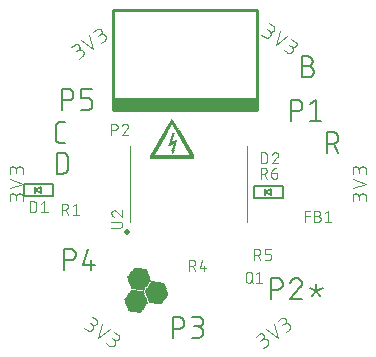
<source format=gbr>
G04 EAGLE Gerber RS-274X export*
G75*
%MOMM*%
%FSLAX34Y34*%
%LPD*%
%INSilkscreen Top*%
%IPPOS*%
%AMOC8*
5,1,8,0,0,1.08239X$1,22.5*%
G01*
%ADD10C,0.101600*%
%ADD11C,0.152400*%
%ADD12R,0.014731X0.014731*%
%ADD13R,0.147319X0.014731*%
%ADD14R,0.265175X0.014731*%
%ADD15R,0.383031X0.014731*%
%ADD16R,0.515619X0.014731*%
%ADD17R,0.633475X0.014731*%
%ADD18R,0.751331X0.014731*%
%ADD19R,0.883919X0.014731*%
%ADD20R,1.001775X0.014731*%
%ADD21R,1.119631X0.014731*%
%ADD22R,1.134363X0.014731*%
%ADD23R,1.149094X0.014731*%
%ADD24R,1.163825X0.014731*%
%ADD25R,1.178556X0.014731*%
%ADD26R,1.193288X0.014731*%
%ADD27R,1.222756X0.014731*%
%ADD28R,1.237488X0.014731*%
%ADD29R,1.266950X0.014731*%
%ADD30R,1.281681X0.014731*%
%ADD31R,1.311144X0.014731*%
%ADD32R,1.325881X0.014731*%
%ADD33R,1.355344X0.014731*%
%ADD34R,1.370075X0.014731*%
%ADD35R,1.384806X0.014731*%
%ADD36R,1.399538X0.014731*%
%ADD37R,1.414275X0.014731*%
%ADD38R,1.443738X0.014731*%
%ADD39R,1.458469X0.014731*%
%ADD40R,1.487931X0.014731*%
%ADD41R,1.502663X0.014731*%
%ADD42R,1.517394X0.014731*%
%ADD43R,1.532125X0.014731*%
%ADD44R,1.546856X0.014731*%
%ADD45R,1.576319X0.014731*%
%ADD46R,1.605788X0.014731*%
%ADD47R,1.620519X0.014731*%
%ADD48R,1.649981X0.014731*%
%ADD49R,1.664713X0.014731*%
%ADD50R,1.694175X0.014731*%
%ADD51R,1.708913X0.014731*%
%ADD52R,1.738375X0.014731*%
%ADD53R,1.753106X0.014731*%
%ADD54R,1.767838X0.014731*%
%ADD55R,1.782569X0.014731*%
%ADD56R,1.797306X0.014731*%
%ADD57R,0.117856X0.014731*%
%ADD58R,1.826769X0.014731*%
%ADD59R,0.235713X0.014731*%
%ADD60R,0.353569X0.014731*%
%ADD61R,1.856231X0.014731*%
%ADD62R,0.486156X0.014731*%
%ADD63R,1.870963X0.014731*%
%ADD64R,0.604013X0.014731*%
%ADD65R,0.721869X0.014731*%
%ADD66R,1.885694X0.014731*%
%ADD67R,0.839719X0.014731*%
%ADD68R,0.972306X0.014731*%
%ADD69R,1.090169X0.014731*%
%ADD70R,1.208025X0.014731*%
%ADD71R,1.252219X0.014731*%
%ADD72R,1.296412X0.014731*%
%ADD73R,1.340612X0.014731*%
%ADD74R,1.826763X0.014731*%
%ADD75R,1.414269X0.014731*%
%ADD76R,1.812031X0.014731*%
%ADD77R,1.429000X0.014731*%
%ADD78R,1.458462X0.014731*%
%ADD79R,1.473200X0.014731*%
%ADD80R,1.723644X0.014731*%
%ADD81R,1.694181X0.014731*%
%ADD82R,1.679450X0.014731*%
%ADD83R,1.561594X0.014731*%
%ADD84R,1.576325X0.014731*%
%ADD85R,1.591056X0.014731*%
%ADD86R,1.635250X0.014731*%
%ADD87R,1.561588X0.014731*%
%ADD88R,1.443731X0.014731*%
%ADD89R,1.797300X0.014731*%
%ADD90R,1.841500X0.014731*%
%ADD91R,1.311150X0.014731*%
%ADD92R,1.296419X0.014731*%
%ADD93R,1.193294X0.014731*%
%ADD94R,0.957575X0.014731*%
%ADD95R,0.589281X0.014731*%
%ADD96R,0.471425X0.014731*%
%ADD97R,0.220975X0.014731*%
%ADD98R,1.812038X0.014731*%
%ADD99R,0.103119X0.014731*%
%ADD100R,0.029463X0.014731*%
%ADD101R,0.162050X0.014731*%
%ADD102R,0.397763X0.014731*%
%ADD103R,0.648206X0.014731*%
%ADD104R,1.679444X0.014731*%
%ADD105R,1.016506X0.014731*%
%ADD106R,1.104900X0.014731*%
%ADD107R,1.222750X0.014731*%
%ADD108R,1.429006X0.014731*%
%ADD109R,1.208019X0.014731*%
%ADD110R,0.987044X0.014731*%
%ADD111R,0.854456X0.014731*%
%ADD112R,0.618744X0.014731*%
%ADD113R,0.500888X0.014731*%
%ADD114R,0.368300X0.014731*%
%ADD115R,0.132587X0.014731*%
%ADD116R,1.664719X0.014731*%
%ADD117R,1.075438X0.014731*%
%ADD118R,0.942844X0.014731*%
%ADD119R,0.707131X0.014731*%
%ADD120R,0.456694X0.014731*%
%ADD121R,0.088388X0.014731*%
%ADD122R,3.644900X0.012700*%
%ADD123R,3.695700X0.012700*%
%ADD124R,3.721100X0.012700*%
%ADD125R,3.746500X0.012700*%
%ADD126R,3.771900X0.012700*%
%ADD127R,3.784600X0.012700*%
%ADD128R,3.797300X0.012700*%
%ADD129R,3.733800X0.012700*%
%ADD130R,3.670300X0.012700*%
%ADD131R,3.657600X0.012700*%
%ADD132R,3.632200X0.012700*%
%ADD133R,0.279400X0.012700*%
%ADD134R,0.266700X0.012700*%
%ADD135R,0.292100X0.012700*%
%ADD136R,0.012700X0.012700*%
%ADD137R,0.038100X0.012700*%
%ADD138R,0.063500X0.012700*%
%ADD139R,0.076200X0.012700*%
%ADD140R,0.101600X0.012700*%
%ADD141R,0.114300X0.012700*%
%ADD142R,0.139700X0.012700*%
%ADD143R,0.165100X0.012700*%
%ADD144R,0.177800X0.012700*%
%ADD145R,0.190500X0.012700*%
%ADD146R,0.215900X0.012700*%
%ADD147R,0.241300X0.012700*%
%ADD148R,0.254000X0.012700*%
%ADD149R,0.228600X0.012700*%
%ADD150R,0.152400X0.012700*%
%ADD151R,0.127000X0.012700*%
%ADD152R,0.203200X0.012700*%
%ADD153R,0.317500X0.012700*%
%ADD154R,0.355600X0.012700*%
%ADD155R,0.381000X0.012700*%
%ADD156R,0.533400X0.012700*%
%ADD157R,0.546100X0.012700*%
%ADD158R,0.368300X0.012700*%
%ADD159R,0.330200X0.012700*%
%ADD160R,0.304800X0.012700*%
%ADD161R,0.050800X0.012700*%
%ADD162R,0.508000X0.012700*%
%ADD163R,0.495300X0.012700*%
%ADD164R,0.469900X0.012700*%
%ADD165R,0.457200X0.012700*%
%ADD166R,0.444500X0.012700*%
%ADD167R,0.431800X0.012700*%
%ADD168R,0.419100X0.012700*%
%ADD169R,0.406400X0.012700*%
%ADD170R,0.393700X0.012700*%
%ADD171R,0.342900X0.012700*%
%ADD172C,0.127000*%
%ADD173C,0.076200*%
%ADD174C,0.254000*%
%ADD175R,12.300000X1.000000*%
%ADD176C,0.120000*%
%ADD177C,0.500000*%


D10*
X408437Y472441D02*
X411095Y470579D01*
X411189Y470516D01*
X411285Y470456D01*
X411383Y470399D01*
X411483Y470346D01*
X411585Y470296D01*
X411689Y470250D01*
X411794Y470208D01*
X411900Y470169D01*
X412008Y470134D01*
X412117Y470103D01*
X412227Y470075D01*
X412338Y470052D01*
X412449Y470032D01*
X412561Y470016D01*
X412674Y470004D01*
X412787Y469996D01*
X412900Y469992D01*
X413014Y469992D01*
X413127Y469996D01*
X413240Y470004D01*
X413353Y470016D01*
X413465Y470032D01*
X413576Y470052D01*
X413687Y470075D01*
X413797Y470103D01*
X413906Y470134D01*
X414014Y470169D01*
X414120Y470208D01*
X414225Y470250D01*
X414329Y470296D01*
X414431Y470346D01*
X414531Y470399D01*
X414629Y470456D01*
X414725Y470516D01*
X414819Y470579D01*
X414910Y470646D01*
X415000Y470715D01*
X415087Y470788D01*
X415171Y470864D01*
X415252Y470943D01*
X415331Y471024D01*
X415407Y471108D01*
X415480Y471195D01*
X415549Y471285D01*
X415616Y471376D01*
X415679Y471470D01*
X415739Y471566D01*
X415796Y471664D01*
X415849Y471764D01*
X415899Y471866D01*
X415945Y471970D01*
X415987Y472075D01*
X416026Y472181D01*
X416061Y472289D01*
X416092Y472398D01*
X416120Y472508D01*
X416143Y472619D01*
X416163Y472730D01*
X416179Y472842D01*
X416191Y472955D01*
X416199Y473068D01*
X416203Y473181D01*
X416203Y473295D01*
X416199Y473408D01*
X416191Y473521D01*
X416179Y473634D01*
X416163Y473746D01*
X416143Y473857D01*
X416120Y473968D01*
X416092Y474078D01*
X416061Y474187D01*
X416026Y474295D01*
X415987Y474401D01*
X415945Y474506D01*
X415899Y474610D01*
X415849Y474712D01*
X415796Y474812D01*
X415739Y474910D01*
X415679Y475006D01*
X415616Y475100D01*
X415549Y475191D01*
X415480Y475281D01*
X415407Y475368D01*
X415331Y475452D01*
X415252Y475533D01*
X415171Y475612D01*
X415087Y475688D01*
X415000Y475761D01*
X414911Y475830D01*
X414819Y475897D01*
X418329Y479778D02*
X415138Y482012D01*
X418328Y479778D02*
X418409Y479718D01*
X418488Y479656D01*
X418565Y479590D01*
X418639Y479522D01*
X418710Y479451D01*
X418778Y479377D01*
X418844Y479300D01*
X418906Y479221D01*
X418966Y479140D01*
X419022Y479056D01*
X419075Y478971D01*
X419124Y478883D01*
X419170Y478794D01*
X419213Y478702D01*
X419252Y478609D01*
X419287Y478515D01*
X419319Y478420D01*
X419347Y478323D01*
X419371Y478225D01*
X419391Y478127D01*
X419408Y478027D01*
X419420Y477927D01*
X419429Y477827D01*
X419434Y477727D01*
X419435Y477626D01*
X419432Y477525D01*
X419425Y477425D01*
X419414Y477325D01*
X419400Y477225D01*
X419381Y477126D01*
X419359Y477028D01*
X419333Y476931D01*
X419303Y476834D01*
X419270Y476740D01*
X419233Y476646D01*
X419192Y476554D01*
X419147Y476463D01*
X419100Y476375D01*
X419048Y476288D01*
X418994Y476204D01*
X418936Y476121D01*
X418875Y476041D01*
X418811Y475963D01*
X418744Y475888D01*
X418675Y475815D01*
X418602Y475746D01*
X418527Y475679D01*
X418449Y475615D01*
X418369Y475554D01*
X418286Y475496D01*
X418202Y475442D01*
X418115Y475390D01*
X418027Y475343D01*
X417936Y475298D01*
X417844Y475257D01*
X417750Y475220D01*
X417656Y475187D01*
X417559Y475157D01*
X417462Y475131D01*
X417364Y475109D01*
X417265Y475090D01*
X417165Y475076D01*
X417065Y475065D01*
X416965Y475058D01*
X416864Y475055D01*
X416763Y475056D01*
X416663Y475061D01*
X416563Y475070D01*
X416463Y475082D01*
X416363Y475099D01*
X416265Y475119D01*
X416167Y475143D01*
X416070Y475171D01*
X415975Y475203D01*
X415881Y475238D01*
X415788Y475277D01*
X415696Y475320D01*
X415607Y475366D01*
X415519Y475415D01*
X415434Y475468D01*
X415350Y475524D01*
X413223Y477013D01*
X423969Y475828D02*
X420458Y464023D01*
X430350Y471360D01*
X427162Y459329D02*
X429821Y457467D01*
X429820Y457467D02*
X429914Y457404D01*
X430010Y457344D01*
X430108Y457287D01*
X430208Y457234D01*
X430310Y457184D01*
X430414Y457138D01*
X430519Y457096D01*
X430625Y457057D01*
X430733Y457022D01*
X430842Y456991D01*
X430952Y456963D01*
X431063Y456940D01*
X431174Y456920D01*
X431286Y456904D01*
X431399Y456892D01*
X431512Y456884D01*
X431625Y456880D01*
X431739Y456880D01*
X431852Y456884D01*
X431965Y456892D01*
X432078Y456904D01*
X432190Y456920D01*
X432301Y456940D01*
X432412Y456963D01*
X432522Y456991D01*
X432631Y457022D01*
X432739Y457057D01*
X432845Y457096D01*
X432950Y457138D01*
X433054Y457184D01*
X433156Y457234D01*
X433256Y457287D01*
X433354Y457344D01*
X433450Y457404D01*
X433544Y457467D01*
X433635Y457534D01*
X433725Y457603D01*
X433812Y457676D01*
X433896Y457752D01*
X433977Y457831D01*
X434056Y457912D01*
X434132Y457996D01*
X434205Y458083D01*
X434274Y458173D01*
X434341Y458264D01*
X434404Y458358D01*
X434464Y458454D01*
X434521Y458552D01*
X434574Y458652D01*
X434624Y458754D01*
X434670Y458858D01*
X434712Y458963D01*
X434751Y459069D01*
X434786Y459177D01*
X434817Y459286D01*
X434845Y459396D01*
X434868Y459507D01*
X434888Y459618D01*
X434904Y459730D01*
X434916Y459843D01*
X434924Y459956D01*
X434928Y460069D01*
X434928Y460183D01*
X434924Y460296D01*
X434916Y460409D01*
X434904Y460522D01*
X434888Y460634D01*
X434868Y460745D01*
X434845Y460856D01*
X434817Y460966D01*
X434786Y461075D01*
X434751Y461183D01*
X434712Y461289D01*
X434670Y461394D01*
X434624Y461498D01*
X434574Y461600D01*
X434521Y461700D01*
X434464Y461798D01*
X434404Y461894D01*
X434341Y461988D01*
X434274Y462079D01*
X434205Y462169D01*
X434132Y462256D01*
X434056Y462340D01*
X433977Y462421D01*
X433896Y462500D01*
X433812Y462576D01*
X433725Y462649D01*
X433636Y462718D01*
X433544Y462785D01*
X437054Y466666D02*
X433864Y468900D01*
X437054Y466666D02*
X437135Y466606D01*
X437214Y466544D01*
X437291Y466478D01*
X437365Y466410D01*
X437436Y466339D01*
X437504Y466265D01*
X437570Y466188D01*
X437632Y466109D01*
X437692Y466028D01*
X437748Y465944D01*
X437801Y465859D01*
X437850Y465771D01*
X437896Y465682D01*
X437939Y465590D01*
X437978Y465497D01*
X438013Y465403D01*
X438045Y465308D01*
X438073Y465211D01*
X438097Y465113D01*
X438117Y465015D01*
X438134Y464915D01*
X438146Y464815D01*
X438155Y464715D01*
X438160Y464615D01*
X438161Y464514D01*
X438158Y464413D01*
X438151Y464313D01*
X438140Y464213D01*
X438126Y464113D01*
X438107Y464014D01*
X438085Y463916D01*
X438059Y463819D01*
X438029Y463722D01*
X437996Y463628D01*
X437959Y463534D01*
X437918Y463442D01*
X437873Y463351D01*
X437826Y463263D01*
X437774Y463176D01*
X437720Y463092D01*
X437662Y463009D01*
X437601Y462929D01*
X437537Y462851D01*
X437470Y462776D01*
X437401Y462703D01*
X437328Y462634D01*
X437253Y462567D01*
X437175Y462503D01*
X437095Y462442D01*
X437012Y462384D01*
X436928Y462330D01*
X436841Y462278D01*
X436753Y462231D01*
X436662Y462186D01*
X436570Y462145D01*
X436476Y462108D01*
X436382Y462075D01*
X436285Y462045D01*
X436188Y462019D01*
X436090Y461997D01*
X435991Y461978D01*
X435891Y461964D01*
X435791Y461953D01*
X435691Y461946D01*
X435590Y461943D01*
X435489Y461944D01*
X435389Y461949D01*
X435289Y461958D01*
X435189Y461970D01*
X435089Y461987D01*
X434991Y462007D01*
X434893Y462031D01*
X434796Y462059D01*
X434701Y462091D01*
X434607Y462126D01*
X434514Y462165D01*
X434422Y462208D01*
X434333Y462254D01*
X434245Y462303D01*
X434160Y462356D01*
X434076Y462412D01*
X431949Y463901D01*
X497242Y334770D02*
X497242Y331524D01*
X497242Y334770D02*
X497240Y334883D01*
X497234Y334996D01*
X497224Y335109D01*
X497210Y335222D01*
X497193Y335334D01*
X497171Y335445D01*
X497146Y335555D01*
X497116Y335665D01*
X497083Y335773D01*
X497046Y335880D01*
X497006Y335986D01*
X496961Y336090D01*
X496913Y336193D01*
X496862Y336294D01*
X496807Y336393D01*
X496749Y336490D01*
X496687Y336585D01*
X496622Y336678D01*
X496554Y336768D01*
X496483Y336856D01*
X496408Y336942D01*
X496331Y337025D01*
X496251Y337105D01*
X496168Y337182D01*
X496082Y337257D01*
X495994Y337328D01*
X495904Y337396D01*
X495811Y337461D01*
X495716Y337523D01*
X495619Y337581D01*
X495520Y337636D01*
X495419Y337687D01*
X495316Y337735D01*
X495212Y337780D01*
X495106Y337820D01*
X494999Y337857D01*
X494891Y337890D01*
X494781Y337920D01*
X494671Y337945D01*
X494560Y337967D01*
X494448Y337984D01*
X494335Y337998D01*
X494222Y338008D01*
X494109Y338014D01*
X493996Y338016D01*
X493883Y338014D01*
X493770Y338008D01*
X493657Y337998D01*
X493544Y337984D01*
X493432Y337967D01*
X493321Y337945D01*
X493211Y337920D01*
X493101Y337890D01*
X492993Y337857D01*
X492886Y337820D01*
X492780Y337780D01*
X492676Y337735D01*
X492573Y337687D01*
X492472Y337636D01*
X492373Y337581D01*
X492276Y337523D01*
X492181Y337461D01*
X492088Y337396D01*
X491998Y337328D01*
X491910Y337257D01*
X491824Y337182D01*
X491741Y337105D01*
X491661Y337025D01*
X491584Y336942D01*
X491509Y336856D01*
X491438Y336768D01*
X491370Y336678D01*
X491305Y336585D01*
X491243Y336490D01*
X491185Y336393D01*
X491130Y336294D01*
X491079Y336193D01*
X491031Y336090D01*
X490986Y335986D01*
X490946Y335880D01*
X490909Y335773D01*
X490876Y335665D01*
X490846Y335555D01*
X490821Y335445D01*
X490799Y335334D01*
X490782Y335222D01*
X490768Y335109D01*
X490758Y334996D01*
X490752Y334883D01*
X490750Y334770D01*
X485558Y335419D02*
X485558Y331524D01*
X485558Y335419D02*
X485560Y335520D01*
X485566Y335620D01*
X485576Y335720D01*
X485589Y335820D01*
X485607Y335919D01*
X485628Y336018D01*
X485653Y336115D01*
X485682Y336212D01*
X485715Y336307D01*
X485751Y336401D01*
X485791Y336493D01*
X485834Y336584D01*
X485881Y336673D01*
X485931Y336760D01*
X485985Y336846D01*
X486042Y336929D01*
X486102Y337009D01*
X486165Y337088D01*
X486232Y337164D01*
X486301Y337237D01*
X486373Y337307D01*
X486447Y337375D01*
X486524Y337440D01*
X486604Y337501D01*
X486686Y337560D01*
X486770Y337615D01*
X486856Y337667D01*
X486944Y337716D01*
X487034Y337761D01*
X487126Y337803D01*
X487219Y337841D01*
X487314Y337875D01*
X487409Y337906D01*
X487506Y337933D01*
X487604Y337956D01*
X487703Y337976D01*
X487803Y337991D01*
X487903Y338003D01*
X488003Y338011D01*
X488104Y338015D01*
X488204Y338015D01*
X488305Y338011D01*
X488405Y338003D01*
X488505Y337991D01*
X488605Y337976D01*
X488704Y337956D01*
X488802Y337933D01*
X488899Y337906D01*
X488994Y337875D01*
X489089Y337841D01*
X489182Y337803D01*
X489274Y337761D01*
X489364Y337716D01*
X489452Y337667D01*
X489538Y337615D01*
X489622Y337560D01*
X489704Y337501D01*
X489784Y337440D01*
X489861Y337375D01*
X489935Y337307D01*
X490007Y337237D01*
X490076Y337164D01*
X490143Y337088D01*
X490206Y337009D01*
X490266Y336929D01*
X490323Y336846D01*
X490377Y336760D01*
X490427Y336673D01*
X490474Y336584D01*
X490517Y336493D01*
X490557Y336401D01*
X490593Y336307D01*
X490626Y336212D01*
X490655Y336115D01*
X490680Y336018D01*
X490701Y335919D01*
X490719Y335820D01*
X490732Y335720D01*
X490742Y335620D01*
X490748Y335520D01*
X490750Y335419D01*
X490751Y335419D02*
X490751Y332823D01*
X485558Y342305D02*
X497242Y346200D01*
X485558Y350095D01*
X497242Y354384D02*
X497242Y357630D01*
X497240Y357743D01*
X497234Y357856D01*
X497224Y357969D01*
X497210Y358082D01*
X497193Y358194D01*
X497171Y358305D01*
X497146Y358415D01*
X497116Y358525D01*
X497083Y358633D01*
X497046Y358740D01*
X497006Y358846D01*
X496961Y358950D01*
X496913Y359053D01*
X496862Y359154D01*
X496807Y359253D01*
X496749Y359350D01*
X496687Y359445D01*
X496622Y359538D01*
X496554Y359628D01*
X496483Y359716D01*
X496408Y359802D01*
X496331Y359885D01*
X496251Y359965D01*
X496168Y360042D01*
X496082Y360117D01*
X495994Y360188D01*
X495904Y360256D01*
X495811Y360321D01*
X495716Y360383D01*
X495619Y360441D01*
X495520Y360496D01*
X495419Y360547D01*
X495316Y360595D01*
X495212Y360640D01*
X495106Y360680D01*
X494999Y360717D01*
X494891Y360750D01*
X494781Y360780D01*
X494671Y360805D01*
X494560Y360827D01*
X494448Y360844D01*
X494335Y360858D01*
X494222Y360868D01*
X494109Y360874D01*
X493996Y360876D01*
X493883Y360874D01*
X493770Y360868D01*
X493657Y360858D01*
X493544Y360844D01*
X493432Y360827D01*
X493321Y360805D01*
X493211Y360780D01*
X493101Y360750D01*
X492993Y360717D01*
X492886Y360680D01*
X492780Y360640D01*
X492676Y360595D01*
X492573Y360547D01*
X492472Y360496D01*
X492373Y360441D01*
X492276Y360383D01*
X492181Y360321D01*
X492088Y360256D01*
X491998Y360188D01*
X491910Y360117D01*
X491824Y360042D01*
X491741Y359965D01*
X491661Y359885D01*
X491584Y359802D01*
X491509Y359716D01*
X491438Y359628D01*
X491370Y359538D01*
X491305Y359445D01*
X491243Y359350D01*
X491185Y359253D01*
X491130Y359154D01*
X491079Y359053D01*
X491031Y358950D01*
X490986Y358846D01*
X490946Y358740D01*
X490909Y358633D01*
X490876Y358525D01*
X490846Y358415D01*
X490821Y358305D01*
X490799Y358194D01*
X490782Y358082D01*
X490768Y357969D01*
X490758Y357856D01*
X490752Y357743D01*
X490750Y357630D01*
X485558Y358279D02*
X485558Y354384D01*
X485558Y358279D02*
X485560Y358380D01*
X485566Y358480D01*
X485576Y358580D01*
X485589Y358680D01*
X485607Y358779D01*
X485628Y358878D01*
X485653Y358975D01*
X485682Y359072D01*
X485715Y359167D01*
X485751Y359261D01*
X485791Y359353D01*
X485834Y359444D01*
X485881Y359533D01*
X485931Y359620D01*
X485985Y359706D01*
X486042Y359789D01*
X486102Y359869D01*
X486165Y359948D01*
X486232Y360024D01*
X486301Y360097D01*
X486373Y360167D01*
X486447Y360235D01*
X486524Y360300D01*
X486604Y360361D01*
X486686Y360420D01*
X486770Y360475D01*
X486856Y360527D01*
X486944Y360576D01*
X487034Y360621D01*
X487126Y360663D01*
X487219Y360701D01*
X487314Y360735D01*
X487409Y360766D01*
X487506Y360793D01*
X487604Y360816D01*
X487703Y360836D01*
X487803Y360851D01*
X487903Y360863D01*
X488003Y360871D01*
X488104Y360875D01*
X488204Y360875D01*
X488305Y360871D01*
X488405Y360863D01*
X488505Y360851D01*
X488605Y360836D01*
X488704Y360816D01*
X488802Y360793D01*
X488899Y360766D01*
X488994Y360735D01*
X489089Y360701D01*
X489182Y360663D01*
X489274Y360621D01*
X489364Y360576D01*
X489452Y360527D01*
X489538Y360475D01*
X489622Y360420D01*
X489704Y360361D01*
X489784Y360300D01*
X489861Y360235D01*
X489935Y360167D01*
X490007Y360097D01*
X490076Y360024D01*
X490143Y359948D01*
X490206Y359869D01*
X490266Y359789D01*
X490323Y359706D01*
X490377Y359620D01*
X490427Y359533D01*
X490474Y359444D01*
X490517Y359353D01*
X490557Y359261D01*
X490593Y359167D01*
X490626Y359072D01*
X490655Y358975D01*
X490680Y358878D01*
X490701Y358779D01*
X490719Y358680D01*
X490732Y358580D01*
X490742Y358480D01*
X490748Y358380D01*
X490750Y358279D01*
X490751Y358279D02*
X490751Y355683D01*
X412788Y209159D02*
X410129Y207297D01*
X412788Y209158D02*
X412879Y209225D01*
X412969Y209294D01*
X413056Y209367D01*
X413140Y209443D01*
X413221Y209522D01*
X413300Y209603D01*
X413376Y209687D01*
X413449Y209774D01*
X413518Y209864D01*
X413585Y209955D01*
X413648Y210049D01*
X413708Y210145D01*
X413765Y210243D01*
X413818Y210343D01*
X413868Y210445D01*
X413914Y210549D01*
X413956Y210654D01*
X413995Y210760D01*
X414030Y210868D01*
X414061Y210977D01*
X414089Y211087D01*
X414112Y211198D01*
X414132Y211309D01*
X414148Y211421D01*
X414160Y211534D01*
X414168Y211647D01*
X414172Y211760D01*
X414172Y211874D01*
X414168Y211987D01*
X414160Y212100D01*
X414148Y212213D01*
X414132Y212325D01*
X414112Y212436D01*
X414089Y212547D01*
X414061Y212657D01*
X414030Y212766D01*
X413995Y212874D01*
X413956Y212980D01*
X413914Y213085D01*
X413868Y213189D01*
X413818Y213291D01*
X413765Y213391D01*
X413708Y213489D01*
X413648Y213585D01*
X413585Y213679D01*
X413518Y213770D01*
X413449Y213860D01*
X413376Y213947D01*
X413300Y214031D01*
X413221Y214112D01*
X413140Y214191D01*
X413056Y214267D01*
X412969Y214340D01*
X412880Y214409D01*
X412788Y214476D01*
X412694Y214539D01*
X412598Y214599D01*
X412500Y214656D01*
X412400Y214709D01*
X412298Y214759D01*
X412194Y214805D01*
X412089Y214847D01*
X411983Y214886D01*
X411875Y214921D01*
X411766Y214952D01*
X411656Y214980D01*
X411545Y215003D01*
X411434Y215023D01*
X411322Y215039D01*
X411209Y215051D01*
X411096Y215059D01*
X410983Y215063D01*
X410869Y215063D01*
X410756Y215059D01*
X410643Y215051D01*
X410530Y215039D01*
X410418Y215023D01*
X410307Y215003D01*
X410196Y214980D01*
X410086Y214952D01*
X409977Y214921D01*
X409869Y214886D01*
X409763Y214847D01*
X409658Y214805D01*
X409554Y214759D01*
X409452Y214709D01*
X409352Y214656D01*
X409254Y214599D01*
X409158Y214539D01*
X409064Y214476D01*
X406618Y219102D02*
X403428Y216868D01*
X406618Y219102D02*
X406702Y219158D01*
X406787Y219211D01*
X406875Y219260D01*
X406964Y219306D01*
X407056Y219349D01*
X407149Y219388D01*
X407243Y219423D01*
X407338Y219455D01*
X407435Y219483D01*
X407533Y219507D01*
X407631Y219527D01*
X407731Y219544D01*
X407831Y219556D01*
X407931Y219565D01*
X408032Y219570D01*
X408132Y219571D01*
X408233Y219568D01*
X408333Y219561D01*
X408433Y219550D01*
X408533Y219536D01*
X408632Y219517D01*
X408730Y219495D01*
X408827Y219469D01*
X408924Y219439D01*
X409019Y219406D01*
X409112Y219369D01*
X409204Y219328D01*
X409295Y219283D01*
X409383Y219236D01*
X409470Y219184D01*
X409554Y219130D01*
X409637Y219072D01*
X409717Y219011D01*
X409795Y218947D01*
X409870Y218880D01*
X409943Y218811D01*
X410012Y218738D01*
X410079Y218663D01*
X410143Y218585D01*
X410204Y218505D01*
X410262Y218422D01*
X410316Y218338D01*
X410368Y218251D01*
X410415Y218163D01*
X410460Y218072D01*
X410501Y217980D01*
X410538Y217886D01*
X410571Y217792D01*
X410601Y217695D01*
X410627Y217598D01*
X410649Y217500D01*
X410668Y217401D01*
X410682Y217301D01*
X410693Y217201D01*
X410700Y217101D01*
X410703Y217000D01*
X410702Y216900D01*
X410697Y216799D01*
X410688Y216699D01*
X410676Y216599D01*
X410659Y216499D01*
X410639Y216401D01*
X410615Y216303D01*
X410587Y216206D01*
X410555Y216111D01*
X410520Y216017D01*
X410481Y215924D01*
X410438Y215832D01*
X410392Y215743D01*
X410343Y215655D01*
X410290Y215570D01*
X410234Y215486D01*
X410174Y215405D01*
X410112Y215326D01*
X410046Y215249D01*
X409978Y215175D01*
X409907Y215104D01*
X409833Y215036D01*
X409756Y214970D01*
X409677Y214908D01*
X409596Y214848D01*
X407470Y213359D01*
X412259Y223052D02*
X422151Y215714D01*
X418639Y227519D01*
X428855Y220409D02*
X431514Y222270D01*
X431605Y222337D01*
X431695Y222406D01*
X431782Y222479D01*
X431866Y222555D01*
X431947Y222634D01*
X432026Y222715D01*
X432102Y222799D01*
X432175Y222886D01*
X432244Y222976D01*
X432311Y223067D01*
X432374Y223161D01*
X432434Y223257D01*
X432491Y223355D01*
X432544Y223455D01*
X432594Y223557D01*
X432640Y223661D01*
X432682Y223766D01*
X432721Y223872D01*
X432756Y223980D01*
X432787Y224089D01*
X432815Y224199D01*
X432838Y224310D01*
X432858Y224421D01*
X432874Y224533D01*
X432886Y224646D01*
X432894Y224759D01*
X432898Y224872D01*
X432898Y224986D01*
X432894Y225099D01*
X432886Y225212D01*
X432874Y225325D01*
X432858Y225437D01*
X432838Y225548D01*
X432815Y225659D01*
X432787Y225769D01*
X432756Y225878D01*
X432721Y225986D01*
X432682Y226092D01*
X432640Y226197D01*
X432594Y226301D01*
X432544Y226403D01*
X432491Y226503D01*
X432434Y226601D01*
X432374Y226697D01*
X432311Y226791D01*
X432244Y226882D01*
X432175Y226972D01*
X432102Y227059D01*
X432026Y227143D01*
X431947Y227224D01*
X431866Y227303D01*
X431782Y227379D01*
X431695Y227452D01*
X431606Y227521D01*
X431514Y227588D01*
X431420Y227651D01*
X431324Y227711D01*
X431226Y227768D01*
X431126Y227821D01*
X431024Y227871D01*
X430920Y227917D01*
X430815Y227959D01*
X430709Y227998D01*
X430601Y228033D01*
X430492Y228064D01*
X430382Y228092D01*
X430271Y228115D01*
X430160Y228135D01*
X430048Y228151D01*
X429935Y228163D01*
X429822Y228171D01*
X429709Y228175D01*
X429595Y228175D01*
X429482Y228171D01*
X429369Y228163D01*
X429256Y228151D01*
X429144Y228135D01*
X429033Y228115D01*
X428922Y228092D01*
X428812Y228064D01*
X428703Y228033D01*
X428595Y227998D01*
X428489Y227959D01*
X428384Y227917D01*
X428280Y227871D01*
X428178Y227821D01*
X428078Y227768D01*
X427980Y227711D01*
X427884Y227651D01*
X427790Y227588D01*
X425344Y232214D02*
X422153Y229980D01*
X425344Y232214D02*
X425428Y232270D01*
X425513Y232323D01*
X425601Y232372D01*
X425690Y232418D01*
X425782Y232461D01*
X425875Y232500D01*
X425969Y232535D01*
X426064Y232567D01*
X426161Y232595D01*
X426259Y232619D01*
X426357Y232639D01*
X426457Y232656D01*
X426557Y232668D01*
X426657Y232677D01*
X426758Y232682D01*
X426858Y232683D01*
X426959Y232680D01*
X427059Y232673D01*
X427159Y232662D01*
X427259Y232648D01*
X427358Y232629D01*
X427456Y232607D01*
X427553Y232581D01*
X427650Y232551D01*
X427745Y232518D01*
X427838Y232481D01*
X427930Y232440D01*
X428021Y232395D01*
X428109Y232348D01*
X428196Y232296D01*
X428280Y232242D01*
X428363Y232184D01*
X428443Y232123D01*
X428521Y232059D01*
X428596Y231992D01*
X428669Y231923D01*
X428738Y231850D01*
X428805Y231775D01*
X428869Y231697D01*
X428930Y231617D01*
X428988Y231534D01*
X429042Y231450D01*
X429094Y231363D01*
X429141Y231275D01*
X429186Y231184D01*
X429227Y231092D01*
X429264Y230998D01*
X429297Y230904D01*
X429327Y230807D01*
X429353Y230710D01*
X429375Y230612D01*
X429394Y230513D01*
X429408Y230413D01*
X429419Y230313D01*
X429426Y230213D01*
X429429Y230112D01*
X429428Y230012D01*
X429423Y229911D01*
X429414Y229811D01*
X429402Y229711D01*
X429385Y229611D01*
X429365Y229513D01*
X429341Y229415D01*
X429313Y229318D01*
X429281Y229223D01*
X429246Y229129D01*
X429207Y229036D01*
X429164Y228944D01*
X429118Y228855D01*
X429069Y228767D01*
X429016Y228682D01*
X428960Y228598D01*
X428900Y228517D01*
X428838Y228438D01*
X428772Y228361D01*
X428704Y228287D01*
X428633Y228216D01*
X428559Y228148D01*
X428482Y228082D01*
X428403Y228020D01*
X428322Y227960D01*
X426195Y226471D01*
X260886Y222270D02*
X258228Y224132D01*
X260886Y222270D02*
X260980Y222207D01*
X261076Y222147D01*
X261174Y222090D01*
X261274Y222037D01*
X261376Y221987D01*
X261480Y221941D01*
X261585Y221899D01*
X261691Y221860D01*
X261799Y221825D01*
X261908Y221794D01*
X262018Y221766D01*
X262129Y221743D01*
X262240Y221723D01*
X262352Y221707D01*
X262465Y221695D01*
X262578Y221687D01*
X262691Y221683D01*
X262805Y221683D01*
X262918Y221687D01*
X263031Y221695D01*
X263144Y221707D01*
X263256Y221723D01*
X263367Y221743D01*
X263478Y221766D01*
X263588Y221794D01*
X263697Y221825D01*
X263805Y221860D01*
X263911Y221899D01*
X264016Y221941D01*
X264120Y221987D01*
X264222Y222037D01*
X264322Y222090D01*
X264420Y222147D01*
X264516Y222207D01*
X264610Y222270D01*
X264701Y222337D01*
X264791Y222406D01*
X264878Y222479D01*
X264962Y222555D01*
X265043Y222634D01*
X265122Y222715D01*
X265198Y222799D01*
X265271Y222886D01*
X265340Y222976D01*
X265407Y223067D01*
X265470Y223161D01*
X265530Y223257D01*
X265587Y223355D01*
X265640Y223455D01*
X265690Y223557D01*
X265736Y223661D01*
X265778Y223766D01*
X265817Y223872D01*
X265852Y223980D01*
X265883Y224089D01*
X265911Y224199D01*
X265934Y224310D01*
X265954Y224421D01*
X265970Y224533D01*
X265982Y224646D01*
X265990Y224759D01*
X265994Y224872D01*
X265994Y224986D01*
X265990Y225099D01*
X265982Y225212D01*
X265970Y225325D01*
X265954Y225437D01*
X265934Y225548D01*
X265911Y225659D01*
X265883Y225769D01*
X265852Y225878D01*
X265817Y225986D01*
X265778Y226092D01*
X265736Y226197D01*
X265690Y226301D01*
X265640Y226403D01*
X265587Y226503D01*
X265530Y226601D01*
X265470Y226697D01*
X265407Y226791D01*
X265340Y226882D01*
X265271Y226972D01*
X265198Y227059D01*
X265122Y227143D01*
X265043Y227224D01*
X264962Y227303D01*
X264878Y227379D01*
X264791Y227452D01*
X264702Y227521D01*
X264610Y227588D01*
X268120Y231469D02*
X264929Y233703D01*
X268119Y231469D02*
X268200Y231409D01*
X268279Y231347D01*
X268356Y231281D01*
X268430Y231213D01*
X268501Y231142D01*
X268569Y231068D01*
X268635Y230991D01*
X268697Y230912D01*
X268757Y230831D01*
X268813Y230747D01*
X268866Y230662D01*
X268915Y230574D01*
X268961Y230485D01*
X269004Y230393D01*
X269043Y230300D01*
X269078Y230206D01*
X269110Y230111D01*
X269138Y230014D01*
X269162Y229916D01*
X269182Y229818D01*
X269199Y229718D01*
X269211Y229618D01*
X269220Y229518D01*
X269225Y229418D01*
X269226Y229317D01*
X269223Y229216D01*
X269216Y229116D01*
X269205Y229016D01*
X269191Y228916D01*
X269172Y228817D01*
X269150Y228719D01*
X269124Y228622D01*
X269094Y228525D01*
X269061Y228431D01*
X269024Y228337D01*
X268983Y228245D01*
X268938Y228154D01*
X268891Y228066D01*
X268839Y227979D01*
X268785Y227895D01*
X268727Y227812D01*
X268666Y227732D01*
X268602Y227654D01*
X268535Y227579D01*
X268466Y227506D01*
X268393Y227437D01*
X268318Y227370D01*
X268240Y227306D01*
X268160Y227245D01*
X268077Y227187D01*
X267993Y227133D01*
X267906Y227081D01*
X267818Y227034D01*
X267727Y226989D01*
X267635Y226948D01*
X267541Y226911D01*
X267447Y226878D01*
X267350Y226848D01*
X267253Y226822D01*
X267155Y226800D01*
X267056Y226781D01*
X266956Y226767D01*
X266856Y226756D01*
X266756Y226749D01*
X266655Y226746D01*
X266554Y226747D01*
X266454Y226752D01*
X266354Y226761D01*
X266254Y226773D01*
X266154Y226790D01*
X266056Y226810D01*
X265958Y226834D01*
X265861Y226862D01*
X265766Y226894D01*
X265672Y226929D01*
X265579Y226968D01*
X265487Y227011D01*
X265398Y227057D01*
X265310Y227106D01*
X265225Y227159D01*
X265141Y227215D01*
X263014Y228705D01*
X273760Y227519D02*
X270249Y215714D01*
X280141Y223052D01*
X276953Y211020D02*
X279612Y209158D01*
X279706Y209095D01*
X279802Y209035D01*
X279900Y208978D01*
X280000Y208925D01*
X280102Y208875D01*
X280206Y208829D01*
X280311Y208787D01*
X280417Y208748D01*
X280525Y208713D01*
X280634Y208682D01*
X280744Y208654D01*
X280855Y208631D01*
X280966Y208611D01*
X281078Y208595D01*
X281191Y208583D01*
X281304Y208575D01*
X281417Y208571D01*
X281531Y208571D01*
X281644Y208575D01*
X281757Y208583D01*
X281870Y208595D01*
X281982Y208611D01*
X282093Y208631D01*
X282204Y208654D01*
X282314Y208682D01*
X282423Y208713D01*
X282531Y208748D01*
X282637Y208787D01*
X282742Y208829D01*
X282846Y208875D01*
X282948Y208925D01*
X283048Y208978D01*
X283146Y209035D01*
X283242Y209095D01*
X283336Y209158D01*
X283427Y209225D01*
X283517Y209294D01*
X283604Y209367D01*
X283688Y209443D01*
X283769Y209522D01*
X283848Y209603D01*
X283924Y209687D01*
X283997Y209774D01*
X284066Y209864D01*
X284133Y209955D01*
X284196Y210049D01*
X284256Y210145D01*
X284313Y210243D01*
X284366Y210343D01*
X284416Y210445D01*
X284462Y210549D01*
X284504Y210654D01*
X284543Y210760D01*
X284578Y210868D01*
X284609Y210977D01*
X284637Y211087D01*
X284660Y211198D01*
X284680Y211309D01*
X284696Y211421D01*
X284708Y211534D01*
X284716Y211647D01*
X284720Y211760D01*
X284720Y211874D01*
X284716Y211987D01*
X284708Y212100D01*
X284696Y212213D01*
X284680Y212325D01*
X284660Y212436D01*
X284637Y212547D01*
X284609Y212657D01*
X284578Y212766D01*
X284543Y212874D01*
X284504Y212980D01*
X284462Y213085D01*
X284416Y213189D01*
X284366Y213291D01*
X284313Y213391D01*
X284256Y213489D01*
X284196Y213585D01*
X284133Y213679D01*
X284066Y213770D01*
X283997Y213860D01*
X283924Y213947D01*
X283848Y214031D01*
X283769Y214112D01*
X283688Y214191D01*
X283604Y214267D01*
X283517Y214340D01*
X283428Y214409D01*
X283336Y214476D01*
X286845Y218357D02*
X283655Y220591D01*
X286845Y218357D02*
X286926Y218297D01*
X287005Y218235D01*
X287082Y218169D01*
X287156Y218101D01*
X287227Y218030D01*
X287295Y217956D01*
X287361Y217879D01*
X287423Y217800D01*
X287483Y217719D01*
X287539Y217635D01*
X287592Y217550D01*
X287641Y217462D01*
X287687Y217373D01*
X287730Y217281D01*
X287769Y217188D01*
X287804Y217094D01*
X287836Y216999D01*
X287864Y216902D01*
X287888Y216804D01*
X287908Y216706D01*
X287925Y216606D01*
X287937Y216506D01*
X287946Y216406D01*
X287951Y216306D01*
X287952Y216205D01*
X287949Y216104D01*
X287942Y216004D01*
X287931Y215904D01*
X287917Y215804D01*
X287898Y215705D01*
X287876Y215607D01*
X287850Y215510D01*
X287820Y215413D01*
X287787Y215319D01*
X287750Y215225D01*
X287709Y215133D01*
X287664Y215042D01*
X287617Y214954D01*
X287565Y214867D01*
X287511Y214783D01*
X287453Y214700D01*
X287392Y214620D01*
X287328Y214542D01*
X287261Y214467D01*
X287192Y214394D01*
X287119Y214325D01*
X287044Y214258D01*
X286966Y214194D01*
X286886Y214133D01*
X286803Y214075D01*
X286719Y214021D01*
X286632Y213969D01*
X286544Y213922D01*
X286453Y213877D01*
X286361Y213836D01*
X286267Y213799D01*
X286173Y213766D01*
X286076Y213736D01*
X285979Y213710D01*
X285881Y213688D01*
X285782Y213669D01*
X285682Y213655D01*
X285582Y213644D01*
X285482Y213637D01*
X285381Y213634D01*
X285280Y213635D01*
X285180Y213640D01*
X285080Y213649D01*
X284980Y213661D01*
X284880Y213678D01*
X284782Y213698D01*
X284684Y213722D01*
X284587Y213750D01*
X284492Y213782D01*
X284398Y213817D01*
X284305Y213856D01*
X284213Y213899D01*
X284124Y213945D01*
X284036Y213994D01*
X283951Y214047D01*
X283867Y214103D01*
X281740Y215593D01*
X206842Y331524D02*
X206842Y334770D01*
X206840Y334883D01*
X206834Y334996D01*
X206824Y335109D01*
X206810Y335222D01*
X206793Y335334D01*
X206771Y335445D01*
X206746Y335555D01*
X206716Y335665D01*
X206683Y335773D01*
X206646Y335880D01*
X206606Y335986D01*
X206561Y336090D01*
X206513Y336193D01*
X206462Y336294D01*
X206407Y336393D01*
X206349Y336490D01*
X206287Y336585D01*
X206222Y336678D01*
X206154Y336768D01*
X206083Y336856D01*
X206008Y336942D01*
X205931Y337025D01*
X205851Y337105D01*
X205768Y337182D01*
X205682Y337257D01*
X205594Y337328D01*
X205504Y337396D01*
X205411Y337461D01*
X205316Y337523D01*
X205219Y337581D01*
X205120Y337636D01*
X205019Y337687D01*
X204916Y337735D01*
X204812Y337780D01*
X204706Y337820D01*
X204599Y337857D01*
X204491Y337890D01*
X204381Y337920D01*
X204271Y337945D01*
X204160Y337967D01*
X204048Y337984D01*
X203935Y337998D01*
X203822Y338008D01*
X203709Y338014D01*
X203596Y338016D01*
X203483Y338014D01*
X203370Y338008D01*
X203257Y337998D01*
X203144Y337984D01*
X203032Y337967D01*
X202921Y337945D01*
X202811Y337920D01*
X202701Y337890D01*
X202593Y337857D01*
X202486Y337820D01*
X202380Y337780D01*
X202276Y337735D01*
X202173Y337687D01*
X202072Y337636D01*
X201973Y337581D01*
X201876Y337523D01*
X201781Y337461D01*
X201688Y337396D01*
X201598Y337328D01*
X201510Y337257D01*
X201424Y337182D01*
X201341Y337105D01*
X201261Y337025D01*
X201184Y336942D01*
X201109Y336856D01*
X201038Y336768D01*
X200970Y336678D01*
X200905Y336585D01*
X200843Y336490D01*
X200785Y336393D01*
X200730Y336294D01*
X200679Y336193D01*
X200631Y336090D01*
X200586Y335986D01*
X200546Y335880D01*
X200509Y335773D01*
X200476Y335665D01*
X200446Y335555D01*
X200421Y335445D01*
X200399Y335334D01*
X200382Y335222D01*
X200368Y335109D01*
X200358Y334996D01*
X200352Y334883D01*
X200350Y334770D01*
X195158Y335419D02*
X195158Y331524D01*
X195158Y335419D02*
X195160Y335520D01*
X195166Y335620D01*
X195176Y335720D01*
X195189Y335820D01*
X195207Y335919D01*
X195228Y336018D01*
X195253Y336115D01*
X195282Y336212D01*
X195315Y336307D01*
X195351Y336401D01*
X195391Y336493D01*
X195434Y336584D01*
X195481Y336673D01*
X195531Y336760D01*
X195585Y336846D01*
X195642Y336929D01*
X195702Y337009D01*
X195765Y337088D01*
X195832Y337164D01*
X195901Y337237D01*
X195973Y337307D01*
X196047Y337375D01*
X196124Y337440D01*
X196204Y337501D01*
X196286Y337560D01*
X196370Y337615D01*
X196456Y337667D01*
X196544Y337716D01*
X196634Y337761D01*
X196726Y337803D01*
X196819Y337841D01*
X196914Y337875D01*
X197009Y337906D01*
X197106Y337933D01*
X197204Y337956D01*
X197303Y337976D01*
X197403Y337991D01*
X197503Y338003D01*
X197603Y338011D01*
X197704Y338015D01*
X197804Y338015D01*
X197905Y338011D01*
X198005Y338003D01*
X198105Y337991D01*
X198205Y337976D01*
X198304Y337956D01*
X198402Y337933D01*
X198499Y337906D01*
X198594Y337875D01*
X198689Y337841D01*
X198782Y337803D01*
X198874Y337761D01*
X198964Y337716D01*
X199052Y337667D01*
X199138Y337615D01*
X199222Y337560D01*
X199304Y337501D01*
X199384Y337440D01*
X199461Y337375D01*
X199535Y337307D01*
X199607Y337237D01*
X199676Y337164D01*
X199743Y337088D01*
X199806Y337009D01*
X199866Y336929D01*
X199923Y336846D01*
X199977Y336760D01*
X200027Y336673D01*
X200074Y336584D01*
X200117Y336493D01*
X200157Y336401D01*
X200193Y336307D01*
X200226Y336212D01*
X200255Y336115D01*
X200280Y336018D01*
X200301Y335919D01*
X200319Y335820D01*
X200332Y335720D01*
X200342Y335620D01*
X200348Y335520D01*
X200350Y335419D01*
X200351Y335419D02*
X200351Y332823D01*
X195158Y342305D02*
X206842Y346200D01*
X195158Y350095D01*
X206842Y354384D02*
X206842Y357630D01*
X206840Y357743D01*
X206834Y357856D01*
X206824Y357969D01*
X206810Y358082D01*
X206793Y358194D01*
X206771Y358305D01*
X206746Y358415D01*
X206716Y358525D01*
X206683Y358633D01*
X206646Y358740D01*
X206606Y358846D01*
X206561Y358950D01*
X206513Y359053D01*
X206462Y359154D01*
X206407Y359253D01*
X206349Y359350D01*
X206287Y359445D01*
X206222Y359538D01*
X206154Y359628D01*
X206083Y359716D01*
X206008Y359802D01*
X205931Y359885D01*
X205851Y359965D01*
X205768Y360042D01*
X205682Y360117D01*
X205594Y360188D01*
X205504Y360256D01*
X205411Y360321D01*
X205316Y360383D01*
X205219Y360441D01*
X205120Y360496D01*
X205019Y360547D01*
X204916Y360595D01*
X204812Y360640D01*
X204706Y360680D01*
X204599Y360717D01*
X204491Y360750D01*
X204381Y360780D01*
X204271Y360805D01*
X204160Y360827D01*
X204048Y360844D01*
X203935Y360858D01*
X203822Y360868D01*
X203709Y360874D01*
X203596Y360876D01*
X203483Y360874D01*
X203370Y360868D01*
X203257Y360858D01*
X203144Y360844D01*
X203032Y360827D01*
X202921Y360805D01*
X202811Y360780D01*
X202701Y360750D01*
X202593Y360717D01*
X202486Y360680D01*
X202380Y360640D01*
X202276Y360595D01*
X202173Y360547D01*
X202072Y360496D01*
X201973Y360441D01*
X201876Y360383D01*
X201781Y360321D01*
X201688Y360256D01*
X201598Y360188D01*
X201510Y360117D01*
X201424Y360042D01*
X201341Y359965D01*
X201261Y359885D01*
X201184Y359802D01*
X201109Y359716D01*
X201038Y359628D01*
X200970Y359538D01*
X200905Y359445D01*
X200843Y359350D01*
X200785Y359253D01*
X200730Y359154D01*
X200679Y359053D01*
X200631Y358950D01*
X200586Y358846D01*
X200546Y358740D01*
X200509Y358633D01*
X200476Y358525D01*
X200446Y358415D01*
X200421Y358305D01*
X200399Y358194D01*
X200382Y358082D01*
X200368Y357969D01*
X200358Y357856D01*
X200352Y357743D01*
X200350Y357630D01*
X195158Y358279D02*
X195158Y354384D01*
X195158Y358279D02*
X195160Y358380D01*
X195166Y358480D01*
X195176Y358580D01*
X195189Y358680D01*
X195207Y358779D01*
X195228Y358878D01*
X195253Y358975D01*
X195282Y359072D01*
X195315Y359167D01*
X195351Y359261D01*
X195391Y359353D01*
X195434Y359444D01*
X195481Y359533D01*
X195531Y359620D01*
X195585Y359706D01*
X195642Y359789D01*
X195702Y359869D01*
X195765Y359948D01*
X195832Y360024D01*
X195901Y360097D01*
X195973Y360167D01*
X196047Y360235D01*
X196124Y360300D01*
X196204Y360361D01*
X196286Y360420D01*
X196370Y360475D01*
X196456Y360527D01*
X196544Y360576D01*
X196634Y360621D01*
X196726Y360663D01*
X196819Y360701D01*
X196914Y360735D01*
X197009Y360766D01*
X197106Y360793D01*
X197204Y360816D01*
X197303Y360836D01*
X197403Y360851D01*
X197503Y360863D01*
X197603Y360871D01*
X197704Y360875D01*
X197804Y360875D01*
X197905Y360871D01*
X198005Y360863D01*
X198105Y360851D01*
X198205Y360836D01*
X198304Y360816D01*
X198402Y360793D01*
X198499Y360766D01*
X198594Y360735D01*
X198689Y360701D01*
X198782Y360663D01*
X198874Y360621D01*
X198964Y360576D01*
X199052Y360527D01*
X199138Y360475D01*
X199222Y360420D01*
X199304Y360361D01*
X199384Y360300D01*
X199461Y360235D01*
X199535Y360167D01*
X199607Y360097D01*
X199676Y360024D01*
X199743Y359948D01*
X199806Y359869D01*
X199866Y359789D01*
X199923Y359706D01*
X199977Y359620D01*
X200027Y359533D01*
X200074Y359444D01*
X200117Y359353D01*
X200157Y359261D01*
X200193Y359167D01*
X200226Y359072D01*
X200255Y358975D01*
X200280Y358878D01*
X200301Y358779D01*
X200319Y358680D01*
X200332Y358580D01*
X200342Y358480D01*
X200348Y358380D01*
X200350Y358279D01*
X200351Y358279D02*
X200351Y355683D01*
X253845Y452195D02*
X256503Y454056D01*
X256504Y454056D02*
X256595Y454123D01*
X256685Y454192D01*
X256772Y454265D01*
X256856Y454341D01*
X256937Y454420D01*
X257016Y454501D01*
X257092Y454585D01*
X257165Y454672D01*
X257234Y454762D01*
X257301Y454853D01*
X257364Y454947D01*
X257424Y455043D01*
X257481Y455141D01*
X257534Y455241D01*
X257584Y455343D01*
X257630Y455447D01*
X257672Y455552D01*
X257711Y455658D01*
X257746Y455766D01*
X257777Y455875D01*
X257805Y455985D01*
X257828Y456096D01*
X257848Y456207D01*
X257864Y456319D01*
X257876Y456432D01*
X257884Y456545D01*
X257888Y456658D01*
X257888Y456772D01*
X257884Y456885D01*
X257876Y456998D01*
X257864Y457111D01*
X257848Y457223D01*
X257828Y457334D01*
X257805Y457445D01*
X257777Y457555D01*
X257746Y457664D01*
X257711Y457772D01*
X257672Y457878D01*
X257630Y457983D01*
X257584Y458087D01*
X257534Y458189D01*
X257481Y458289D01*
X257424Y458387D01*
X257364Y458483D01*
X257301Y458577D01*
X257234Y458668D01*
X257165Y458758D01*
X257092Y458845D01*
X257016Y458929D01*
X256937Y459010D01*
X256856Y459089D01*
X256772Y459165D01*
X256685Y459238D01*
X256596Y459307D01*
X256504Y459374D01*
X256410Y459437D01*
X256314Y459497D01*
X256216Y459554D01*
X256116Y459607D01*
X256014Y459657D01*
X255910Y459703D01*
X255805Y459745D01*
X255699Y459784D01*
X255591Y459819D01*
X255482Y459850D01*
X255372Y459878D01*
X255261Y459901D01*
X255150Y459921D01*
X255038Y459937D01*
X254925Y459949D01*
X254812Y459957D01*
X254699Y459961D01*
X254585Y459961D01*
X254472Y459957D01*
X254359Y459949D01*
X254246Y459937D01*
X254134Y459921D01*
X254023Y459901D01*
X253912Y459878D01*
X253802Y459850D01*
X253693Y459819D01*
X253585Y459784D01*
X253479Y459745D01*
X253374Y459703D01*
X253270Y459657D01*
X253168Y459607D01*
X253068Y459554D01*
X252970Y459497D01*
X252874Y459437D01*
X252780Y459374D01*
X250333Y463999D02*
X247143Y461766D01*
X250334Y464000D02*
X250418Y464056D01*
X250503Y464109D01*
X250591Y464158D01*
X250680Y464204D01*
X250772Y464247D01*
X250865Y464286D01*
X250959Y464321D01*
X251054Y464353D01*
X251151Y464381D01*
X251249Y464405D01*
X251347Y464425D01*
X251447Y464442D01*
X251547Y464454D01*
X251647Y464463D01*
X251748Y464468D01*
X251848Y464469D01*
X251949Y464466D01*
X252049Y464459D01*
X252149Y464448D01*
X252249Y464434D01*
X252348Y464415D01*
X252446Y464393D01*
X252543Y464367D01*
X252640Y464337D01*
X252735Y464304D01*
X252828Y464267D01*
X252920Y464226D01*
X253011Y464181D01*
X253099Y464134D01*
X253186Y464082D01*
X253270Y464028D01*
X253353Y463970D01*
X253433Y463909D01*
X253511Y463845D01*
X253586Y463778D01*
X253659Y463709D01*
X253728Y463636D01*
X253795Y463561D01*
X253859Y463483D01*
X253920Y463403D01*
X253978Y463320D01*
X254032Y463236D01*
X254084Y463149D01*
X254131Y463061D01*
X254176Y462970D01*
X254217Y462878D01*
X254254Y462784D01*
X254287Y462690D01*
X254317Y462593D01*
X254343Y462496D01*
X254365Y462398D01*
X254384Y462299D01*
X254398Y462199D01*
X254409Y462099D01*
X254416Y461999D01*
X254419Y461898D01*
X254418Y461798D01*
X254413Y461697D01*
X254404Y461597D01*
X254392Y461497D01*
X254375Y461397D01*
X254355Y461299D01*
X254331Y461201D01*
X254303Y461104D01*
X254271Y461009D01*
X254236Y460915D01*
X254197Y460822D01*
X254154Y460730D01*
X254108Y460641D01*
X254059Y460553D01*
X254006Y460468D01*
X253950Y460384D01*
X253890Y460303D01*
X253828Y460224D01*
X253762Y460147D01*
X253694Y460073D01*
X253623Y460002D01*
X253549Y459934D01*
X253472Y459868D01*
X253393Y459806D01*
X253312Y459746D01*
X251185Y458256D01*
X255974Y467949D02*
X265866Y460612D01*
X262355Y472417D01*
X272570Y465306D02*
X275229Y467168D01*
X275320Y467235D01*
X275410Y467304D01*
X275497Y467377D01*
X275581Y467453D01*
X275662Y467532D01*
X275741Y467613D01*
X275817Y467697D01*
X275890Y467784D01*
X275959Y467874D01*
X276026Y467965D01*
X276089Y468059D01*
X276149Y468155D01*
X276206Y468253D01*
X276259Y468353D01*
X276309Y468455D01*
X276355Y468559D01*
X276397Y468664D01*
X276436Y468770D01*
X276471Y468878D01*
X276502Y468987D01*
X276530Y469097D01*
X276553Y469208D01*
X276573Y469319D01*
X276589Y469431D01*
X276601Y469544D01*
X276609Y469657D01*
X276613Y469770D01*
X276613Y469884D01*
X276609Y469997D01*
X276601Y470110D01*
X276589Y470223D01*
X276573Y470335D01*
X276553Y470446D01*
X276530Y470557D01*
X276502Y470667D01*
X276471Y470776D01*
X276436Y470884D01*
X276397Y470990D01*
X276355Y471095D01*
X276309Y471199D01*
X276259Y471301D01*
X276206Y471401D01*
X276149Y471499D01*
X276089Y471595D01*
X276026Y471689D01*
X275959Y471780D01*
X275890Y471870D01*
X275817Y471957D01*
X275741Y472041D01*
X275662Y472122D01*
X275581Y472201D01*
X275497Y472277D01*
X275410Y472350D01*
X275321Y472419D01*
X275229Y472486D01*
X275135Y472549D01*
X275039Y472609D01*
X274941Y472666D01*
X274841Y472719D01*
X274739Y472769D01*
X274635Y472815D01*
X274530Y472857D01*
X274424Y472896D01*
X274316Y472931D01*
X274207Y472962D01*
X274097Y472990D01*
X273986Y473013D01*
X273875Y473033D01*
X273763Y473049D01*
X273650Y473061D01*
X273537Y473069D01*
X273424Y473073D01*
X273310Y473073D01*
X273197Y473069D01*
X273084Y473061D01*
X272971Y473049D01*
X272859Y473033D01*
X272748Y473013D01*
X272637Y472990D01*
X272527Y472962D01*
X272418Y472931D01*
X272310Y472896D01*
X272204Y472857D01*
X272099Y472815D01*
X271995Y472769D01*
X271893Y472719D01*
X271793Y472666D01*
X271695Y472609D01*
X271599Y472549D01*
X271505Y472486D01*
X269059Y477111D02*
X265869Y474877D01*
X269059Y477111D02*
X269143Y477167D01*
X269228Y477220D01*
X269316Y477269D01*
X269405Y477315D01*
X269497Y477358D01*
X269590Y477397D01*
X269684Y477432D01*
X269779Y477464D01*
X269876Y477492D01*
X269974Y477516D01*
X270072Y477536D01*
X270172Y477553D01*
X270272Y477565D01*
X270372Y477574D01*
X270473Y477579D01*
X270573Y477580D01*
X270674Y477577D01*
X270774Y477570D01*
X270874Y477559D01*
X270974Y477545D01*
X271073Y477526D01*
X271171Y477504D01*
X271268Y477478D01*
X271365Y477448D01*
X271460Y477415D01*
X271553Y477378D01*
X271645Y477337D01*
X271736Y477292D01*
X271824Y477245D01*
X271911Y477193D01*
X271995Y477139D01*
X272078Y477081D01*
X272158Y477020D01*
X272236Y476956D01*
X272311Y476889D01*
X272384Y476820D01*
X272453Y476747D01*
X272520Y476672D01*
X272584Y476594D01*
X272645Y476514D01*
X272703Y476431D01*
X272757Y476347D01*
X272809Y476260D01*
X272856Y476172D01*
X272901Y476081D01*
X272942Y475989D01*
X272979Y475895D01*
X273012Y475801D01*
X273042Y475704D01*
X273068Y475607D01*
X273090Y475509D01*
X273109Y475410D01*
X273123Y475310D01*
X273134Y475210D01*
X273141Y475110D01*
X273144Y475009D01*
X273143Y474909D01*
X273138Y474808D01*
X273129Y474708D01*
X273117Y474608D01*
X273100Y474508D01*
X273080Y474410D01*
X273056Y474312D01*
X273028Y474215D01*
X272996Y474120D01*
X272961Y474026D01*
X272922Y473933D01*
X272879Y473841D01*
X272833Y473752D01*
X272784Y473664D01*
X272731Y473579D01*
X272675Y473495D01*
X272615Y473414D01*
X272553Y473335D01*
X272487Y473258D01*
X272419Y473184D01*
X272348Y473113D01*
X272274Y473045D01*
X272197Y472979D01*
X272118Y472917D01*
X272037Y472857D01*
X272038Y472858D02*
X269911Y471368D01*
D11*
X433281Y417527D02*
X433281Y399747D01*
X433281Y417527D02*
X438220Y417527D01*
X438360Y417525D01*
X438499Y417519D01*
X438639Y417509D01*
X438778Y417495D01*
X438917Y417478D01*
X439055Y417456D01*
X439192Y417430D01*
X439329Y417401D01*
X439465Y417368D01*
X439599Y417331D01*
X439733Y417290D01*
X439865Y417245D01*
X439997Y417196D01*
X440126Y417144D01*
X440254Y417089D01*
X440381Y417029D01*
X440506Y416966D01*
X440629Y416900D01*
X440750Y416830D01*
X440869Y416757D01*
X440986Y416680D01*
X441100Y416600D01*
X441213Y416517D01*
X441323Y416431D01*
X441430Y416341D01*
X441535Y416249D01*
X441637Y416154D01*
X441737Y416056D01*
X441834Y415955D01*
X441928Y415851D01*
X442018Y415745D01*
X442106Y415636D01*
X442191Y415525D01*
X442272Y415411D01*
X442351Y415296D01*
X442426Y415178D01*
X442497Y415058D01*
X442565Y414935D01*
X442630Y414812D01*
X442691Y414686D01*
X442749Y414558D01*
X442803Y414430D01*
X442853Y414299D01*
X442900Y414167D01*
X442943Y414034D01*
X442982Y413900D01*
X443017Y413765D01*
X443048Y413629D01*
X443076Y413491D01*
X443099Y413354D01*
X443119Y413215D01*
X443135Y413076D01*
X443147Y412937D01*
X443155Y412798D01*
X443159Y412658D01*
X443159Y412518D01*
X443155Y412378D01*
X443147Y412239D01*
X443135Y412100D01*
X443119Y411961D01*
X443099Y411822D01*
X443076Y411685D01*
X443048Y411547D01*
X443017Y411411D01*
X442982Y411276D01*
X442943Y411142D01*
X442900Y411009D01*
X442853Y410877D01*
X442803Y410746D01*
X442749Y410618D01*
X442691Y410490D01*
X442630Y410364D01*
X442565Y410241D01*
X442497Y410119D01*
X442426Y409998D01*
X442351Y409880D01*
X442272Y409765D01*
X442191Y409651D01*
X442106Y409540D01*
X442018Y409431D01*
X441928Y409325D01*
X441834Y409221D01*
X441737Y409120D01*
X441637Y409022D01*
X441535Y408927D01*
X441430Y408835D01*
X441323Y408745D01*
X441213Y408659D01*
X441100Y408576D01*
X440986Y408496D01*
X440869Y408419D01*
X440750Y408346D01*
X440629Y408276D01*
X440506Y408210D01*
X440381Y408147D01*
X440254Y408087D01*
X440126Y408032D01*
X439997Y407980D01*
X439865Y407931D01*
X439733Y407886D01*
X439599Y407845D01*
X439465Y407808D01*
X439329Y407775D01*
X439192Y407746D01*
X439055Y407720D01*
X438917Y407698D01*
X438778Y407681D01*
X438639Y407667D01*
X438499Y407657D01*
X438360Y407651D01*
X438220Y407649D01*
X433281Y407649D01*
X449276Y413576D02*
X454215Y417527D01*
X454215Y399747D01*
X449276Y399747D02*
X459154Y399747D01*
X416696Y266550D02*
X416696Y248770D01*
X416696Y266550D02*
X421635Y266550D01*
X421775Y266548D01*
X421914Y266542D01*
X422054Y266532D01*
X422193Y266518D01*
X422332Y266501D01*
X422470Y266479D01*
X422607Y266453D01*
X422744Y266424D01*
X422880Y266391D01*
X423014Y266354D01*
X423148Y266313D01*
X423280Y266268D01*
X423412Y266219D01*
X423541Y266167D01*
X423669Y266112D01*
X423796Y266052D01*
X423921Y265989D01*
X424044Y265923D01*
X424165Y265853D01*
X424284Y265780D01*
X424401Y265703D01*
X424515Y265623D01*
X424628Y265540D01*
X424738Y265454D01*
X424845Y265364D01*
X424950Y265272D01*
X425052Y265177D01*
X425152Y265079D01*
X425249Y264978D01*
X425343Y264874D01*
X425433Y264768D01*
X425521Y264659D01*
X425606Y264548D01*
X425687Y264434D01*
X425766Y264319D01*
X425841Y264201D01*
X425912Y264081D01*
X425980Y263958D01*
X426045Y263835D01*
X426106Y263709D01*
X426164Y263581D01*
X426218Y263453D01*
X426268Y263322D01*
X426315Y263190D01*
X426358Y263057D01*
X426397Y262923D01*
X426432Y262788D01*
X426463Y262652D01*
X426491Y262514D01*
X426514Y262377D01*
X426534Y262238D01*
X426550Y262099D01*
X426562Y261960D01*
X426570Y261821D01*
X426574Y261681D01*
X426574Y261541D01*
X426570Y261401D01*
X426562Y261262D01*
X426550Y261123D01*
X426534Y260984D01*
X426514Y260845D01*
X426491Y260708D01*
X426463Y260570D01*
X426432Y260434D01*
X426397Y260299D01*
X426358Y260165D01*
X426315Y260032D01*
X426268Y259900D01*
X426218Y259769D01*
X426164Y259641D01*
X426106Y259513D01*
X426045Y259387D01*
X425980Y259264D01*
X425912Y259142D01*
X425841Y259021D01*
X425766Y258903D01*
X425687Y258788D01*
X425606Y258674D01*
X425521Y258563D01*
X425433Y258454D01*
X425343Y258348D01*
X425249Y258244D01*
X425152Y258143D01*
X425052Y258045D01*
X424950Y257950D01*
X424845Y257858D01*
X424738Y257768D01*
X424628Y257682D01*
X424515Y257599D01*
X424401Y257519D01*
X424284Y257442D01*
X424165Y257369D01*
X424044Y257299D01*
X423921Y257233D01*
X423796Y257170D01*
X423669Y257110D01*
X423541Y257055D01*
X423412Y257003D01*
X423280Y256954D01*
X423148Y256909D01*
X423014Y256868D01*
X422880Y256831D01*
X422744Y256798D01*
X422607Y256769D01*
X422470Y256743D01*
X422332Y256721D01*
X422193Y256704D01*
X422054Y256690D01*
X421914Y256680D01*
X421775Y256674D01*
X421635Y256672D01*
X416696Y256672D01*
X438124Y266550D02*
X438256Y266548D01*
X438387Y266542D01*
X438519Y266532D01*
X438650Y266519D01*
X438780Y266501D01*
X438910Y266480D01*
X439040Y266455D01*
X439168Y266426D01*
X439296Y266393D01*
X439422Y266356D01*
X439548Y266316D01*
X439672Y266272D01*
X439795Y266224D01*
X439916Y266173D01*
X440036Y266118D01*
X440154Y266060D01*
X440270Y265998D01*
X440384Y265932D01*
X440497Y265864D01*
X440607Y265792D01*
X440715Y265717D01*
X440821Y265638D01*
X440925Y265557D01*
X441026Y265472D01*
X441124Y265385D01*
X441220Y265294D01*
X441313Y265201D01*
X441404Y265105D01*
X441491Y265007D01*
X441576Y264906D01*
X441657Y264802D01*
X441736Y264696D01*
X441811Y264588D01*
X441883Y264478D01*
X441951Y264365D01*
X442017Y264251D01*
X442079Y264135D01*
X442137Y264017D01*
X442192Y263897D01*
X442243Y263776D01*
X442291Y263653D01*
X442335Y263529D01*
X442375Y263403D01*
X442412Y263277D01*
X442445Y263149D01*
X442474Y263021D01*
X442499Y262891D01*
X442520Y262761D01*
X442538Y262631D01*
X442551Y262500D01*
X442561Y262368D01*
X442567Y262237D01*
X442569Y262105D01*
X438124Y266551D02*
X437974Y266549D01*
X437825Y266543D01*
X437676Y266533D01*
X437527Y266520D01*
X437378Y266502D01*
X437230Y266481D01*
X437082Y266455D01*
X436936Y266426D01*
X436790Y266393D01*
X436645Y266356D01*
X436501Y266315D01*
X436358Y266271D01*
X436216Y266223D01*
X436076Y266171D01*
X435937Y266116D01*
X435799Y266057D01*
X435664Y265994D01*
X435529Y265928D01*
X435397Y265858D01*
X435267Y265785D01*
X435138Y265708D01*
X435011Y265628D01*
X434887Y265545D01*
X434765Y265459D01*
X434645Y265369D01*
X434528Y265276D01*
X434413Y265181D01*
X434300Y265082D01*
X434190Y264980D01*
X434083Y264876D01*
X433979Y264769D01*
X433877Y264659D01*
X433779Y264546D01*
X433683Y264431D01*
X433591Y264313D01*
X433501Y264193D01*
X433415Y264071D01*
X433332Y263947D01*
X433252Y263820D01*
X433176Y263692D01*
X433103Y263561D01*
X433033Y263428D01*
X432967Y263294D01*
X432905Y263158D01*
X432846Y263021D01*
X432790Y262882D01*
X432739Y262741D01*
X432691Y262600D01*
X441087Y258648D02*
X441183Y258741D01*
X441275Y258837D01*
X441365Y258936D01*
X441452Y259037D01*
X441537Y259140D01*
X441618Y259245D01*
X441696Y259353D01*
X441771Y259463D01*
X441844Y259575D01*
X441913Y259689D01*
X441979Y259805D01*
X442041Y259923D01*
X442100Y260042D01*
X442156Y260163D01*
X442209Y260286D01*
X442258Y260410D01*
X442303Y260535D01*
X442346Y260662D01*
X442384Y260789D01*
X442419Y260918D01*
X442450Y261047D01*
X442478Y261178D01*
X442502Y261309D01*
X442523Y261441D01*
X442539Y261573D01*
X442552Y261706D01*
X442562Y261839D01*
X442567Y261972D01*
X442569Y262105D01*
X441088Y258648D02*
X432691Y248770D01*
X442569Y248770D01*
X454939Y255685D02*
X454939Y261611D01*
X454939Y255685D02*
X458396Y251240D01*
X454939Y255685D02*
X451482Y251240D01*
X454939Y255685D02*
X460372Y257660D01*
X454939Y255685D02*
X449506Y257660D01*
X333264Y233490D02*
X333264Y215710D01*
X333264Y233490D02*
X338203Y233490D01*
X338343Y233488D01*
X338482Y233482D01*
X338622Y233472D01*
X338761Y233458D01*
X338900Y233441D01*
X339038Y233419D01*
X339175Y233393D01*
X339312Y233364D01*
X339448Y233331D01*
X339582Y233294D01*
X339716Y233253D01*
X339848Y233208D01*
X339980Y233159D01*
X340109Y233107D01*
X340237Y233052D01*
X340364Y232992D01*
X340489Y232929D01*
X340612Y232863D01*
X340733Y232793D01*
X340852Y232720D01*
X340969Y232643D01*
X341083Y232563D01*
X341196Y232480D01*
X341306Y232394D01*
X341413Y232304D01*
X341518Y232212D01*
X341620Y232117D01*
X341720Y232019D01*
X341817Y231918D01*
X341911Y231814D01*
X342001Y231708D01*
X342089Y231599D01*
X342174Y231488D01*
X342255Y231374D01*
X342334Y231259D01*
X342409Y231141D01*
X342480Y231021D01*
X342548Y230898D01*
X342613Y230775D01*
X342674Y230649D01*
X342732Y230521D01*
X342786Y230393D01*
X342836Y230262D01*
X342883Y230130D01*
X342926Y229997D01*
X342965Y229863D01*
X343000Y229728D01*
X343031Y229592D01*
X343059Y229454D01*
X343082Y229317D01*
X343102Y229178D01*
X343118Y229039D01*
X343130Y228900D01*
X343138Y228761D01*
X343142Y228621D01*
X343142Y228481D01*
X343138Y228341D01*
X343130Y228202D01*
X343118Y228063D01*
X343102Y227924D01*
X343082Y227785D01*
X343059Y227648D01*
X343031Y227510D01*
X343000Y227374D01*
X342965Y227239D01*
X342926Y227105D01*
X342883Y226972D01*
X342836Y226840D01*
X342786Y226709D01*
X342732Y226581D01*
X342674Y226453D01*
X342613Y226327D01*
X342548Y226204D01*
X342480Y226082D01*
X342409Y225961D01*
X342334Y225843D01*
X342255Y225728D01*
X342174Y225614D01*
X342089Y225503D01*
X342001Y225394D01*
X341911Y225288D01*
X341817Y225184D01*
X341720Y225083D01*
X341620Y224985D01*
X341518Y224890D01*
X341413Y224798D01*
X341306Y224708D01*
X341196Y224622D01*
X341083Y224539D01*
X340969Y224459D01*
X340852Y224382D01*
X340733Y224309D01*
X340612Y224239D01*
X340489Y224173D01*
X340364Y224110D01*
X340237Y224050D01*
X340109Y223995D01*
X339980Y223943D01*
X339848Y223894D01*
X339716Y223849D01*
X339582Y223808D01*
X339448Y223771D01*
X339312Y223738D01*
X339175Y223709D01*
X339038Y223683D01*
X338900Y223661D01*
X338761Y223644D01*
X338622Y223630D01*
X338482Y223620D01*
X338343Y223614D01*
X338203Y223612D01*
X333264Y223612D01*
X349259Y215710D02*
X354198Y215710D01*
X354338Y215712D01*
X354477Y215718D01*
X354617Y215728D01*
X354756Y215742D01*
X354895Y215759D01*
X355033Y215781D01*
X355170Y215807D01*
X355307Y215836D01*
X355443Y215869D01*
X355577Y215906D01*
X355711Y215947D01*
X355843Y215992D01*
X355975Y216041D01*
X356104Y216093D01*
X356232Y216148D01*
X356359Y216208D01*
X356484Y216271D01*
X356607Y216337D01*
X356728Y216407D01*
X356847Y216480D01*
X356964Y216557D01*
X357078Y216637D01*
X357191Y216720D01*
X357301Y216806D01*
X357408Y216896D01*
X357513Y216988D01*
X357615Y217083D01*
X357715Y217181D01*
X357812Y217282D01*
X357906Y217386D01*
X357996Y217492D01*
X358084Y217601D01*
X358169Y217712D01*
X358250Y217826D01*
X358329Y217941D01*
X358404Y218059D01*
X358475Y218180D01*
X358543Y218302D01*
X358608Y218425D01*
X358669Y218551D01*
X358727Y218679D01*
X358781Y218807D01*
X358831Y218938D01*
X358878Y219070D01*
X358921Y219203D01*
X358960Y219337D01*
X358995Y219472D01*
X359026Y219608D01*
X359054Y219746D01*
X359077Y219883D01*
X359097Y220022D01*
X359113Y220161D01*
X359125Y220300D01*
X359133Y220439D01*
X359137Y220579D01*
X359137Y220719D01*
X359133Y220859D01*
X359125Y220998D01*
X359113Y221137D01*
X359097Y221276D01*
X359077Y221415D01*
X359054Y221552D01*
X359026Y221690D01*
X358995Y221826D01*
X358960Y221961D01*
X358921Y222095D01*
X358878Y222228D01*
X358831Y222360D01*
X358781Y222491D01*
X358727Y222619D01*
X358669Y222747D01*
X358608Y222873D01*
X358543Y222996D01*
X358475Y223119D01*
X358404Y223239D01*
X358329Y223357D01*
X358250Y223472D01*
X358169Y223586D01*
X358084Y223697D01*
X357996Y223806D01*
X357906Y223912D01*
X357812Y224016D01*
X357715Y224117D01*
X357615Y224215D01*
X357513Y224310D01*
X357408Y224402D01*
X357301Y224492D01*
X357191Y224578D01*
X357078Y224661D01*
X356964Y224741D01*
X356847Y224818D01*
X356728Y224891D01*
X356607Y224961D01*
X356484Y225027D01*
X356359Y225090D01*
X356232Y225150D01*
X356104Y225205D01*
X355975Y225257D01*
X355843Y225306D01*
X355711Y225351D01*
X355577Y225392D01*
X355443Y225429D01*
X355307Y225462D01*
X355170Y225491D01*
X355033Y225517D01*
X354895Y225539D01*
X354756Y225556D01*
X354617Y225570D01*
X354477Y225580D01*
X354338Y225586D01*
X354198Y225588D01*
X355185Y233490D02*
X349259Y233490D01*
X355185Y233490D02*
X355309Y233488D01*
X355433Y233482D01*
X355557Y233472D01*
X355680Y233459D01*
X355803Y233441D01*
X355925Y233420D01*
X356047Y233395D01*
X356168Y233366D01*
X356287Y233333D01*
X356406Y233297D01*
X356523Y233256D01*
X356639Y233213D01*
X356754Y233165D01*
X356867Y233114D01*
X356979Y233059D01*
X357088Y233001D01*
X357196Y232940D01*
X357302Y232875D01*
X357406Y232807D01*
X357507Y232735D01*
X357607Y232661D01*
X357703Y232583D01*
X357798Y232503D01*
X357890Y232419D01*
X357979Y232333D01*
X358065Y232244D01*
X358149Y232152D01*
X358229Y232057D01*
X358307Y231961D01*
X358381Y231861D01*
X358453Y231760D01*
X358521Y231656D01*
X358586Y231550D01*
X358647Y231442D01*
X358705Y231333D01*
X358760Y231221D01*
X358811Y231108D01*
X358859Y230993D01*
X358902Y230877D01*
X358943Y230760D01*
X358979Y230641D01*
X359012Y230522D01*
X359041Y230401D01*
X359066Y230279D01*
X359087Y230157D01*
X359105Y230034D01*
X359118Y229911D01*
X359128Y229787D01*
X359134Y229663D01*
X359136Y229539D01*
X359134Y229415D01*
X359128Y229291D01*
X359118Y229167D01*
X359105Y229044D01*
X359087Y228921D01*
X359066Y228799D01*
X359041Y228677D01*
X359012Y228556D01*
X358979Y228437D01*
X358943Y228318D01*
X358902Y228201D01*
X358859Y228085D01*
X358811Y227970D01*
X358760Y227857D01*
X358705Y227745D01*
X358647Y227636D01*
X358586Y227528D01*
X358521Y227422D01*
X358453Y227318D01*
X358381Y227217D01*
X358307Y227117D01*
X358229Y227021D01*
X358149Y226926D01*
X358065Y226834D01*
X357979Y226745D01*
X357890Y226659D01*
X357798Y226575D01*
X357703Y226495D01*
X357607Y226417D01*
X357507Y226343D01*
X357406Y226271D01*
X357302Y226203D01*
X357196Y226138D01*
X357088Y226077D01*
X356979Y226019D01*
X356867Y225964D01*
X356754Y225913D01*
X356639Y225865D01*
X356523Y225822D01*
X356406Y225781D01*
X356287Y225745D01*
X356168Y225712D01*
X356047Y225683D01*
X355925Y225658D01*
X355803Y225637D01*
X355680Y225619D01*
X355557Y225606D01*
X355433Y225596D01*
X355309Y225590D01*
X355185Y225588D01*
X351234Y225588D01*
X241437Y273619D02*
X241437Y291399D01*
X246376Y291399D01*
X246516Y291397D01*
X246655Y291391D01*
X246795Y291381D01*
X246934Y291367D01*
X247073Y291350D01*
X247211Y291328D01*
X247348Y291302D01*
X247485Y291273D01*
X247621Y291240D01*
X247755Y291203D01*
X247889Y291162D01*
X248021Y291117D01*
X248153Y291068D01*
X248282Y291016D01*
X248410Y290961D01*
X248537Y290901D01*
X248662Y290838D01*
X248785Y290772D01*
X248906Y290702D01*
X249025Y290629D01*
X249142Y290552D01*
X249256Y290472D01*
X249369Y290389D01*
X249479Y290303D01*
X249586Y290213D01*
X249691Y290121D01*
X249793Y290026D01*
X249893Y289928D01*
X249990Y289827D01*
X250084Y289723D01*
X250174Y289617D01*
X250262Y289508D01*
X250347Y289397D01*
X250428Y289283D01*
X250507Y289168D01*
X250582Y289050D01*
X250653Y288930D01*
X250721Y288807D01*
X250786Y288684D01*
X250847Y288558D01*
X250905Y288430D01*
X250959Y288302D01*
X251009Y288171D01*
X251056Y288039D01*
X251099Y287906D01*
X251138Y287772D01*
X251173Y287637D01*
X251204Y287501D01*
X251232Y287363D01*
X251255Y287226D01*
X251275Y287087D01*
X251291Y286948D01*
X251303Y286809D01*
X251311Y286670D01*
X251315Y286530D01*
X251315Y286390D01*
X251311Y286250D01*
X251303Y286111D01*
X251291Y285972D01*
X251275Y285833D01*
X251255Y285694D01*
X251232Y285557D01*
X251204Y285419D01*
X251173Y285283D01*
X251138Y285148D01*
X251099Y285014D01*
X251056Y284881D01*
X251009Y284749D01*
X250959Y284618D01*
X250905Y284490D01*
X250847Y284362D01*
X250786Y284236D01*
X250721Y284113D01*
X250653Y283991D01*
X250582Y283870D01*
X250507Y283752D01*
X250428Y283637D01*
X250347Y283523D01*
X250262Y283412D01*
X250174Y283303D01*
X250084Y283197D01*
X249990Y283093D01*
X249893Y282992D01*
X249793Y282894D01*
X249691Y282799D01*
X249586Y282707D01*
X249479Y282617D01*
X249369Y282531D01*
X249256Y282448D01*
X249142Y282368D01*
X249025Y282291D01*
X248906Y282218D01*
X248785Y282148D01*
X248662Y282082D01*
X248537Y282019D01*
X248410Y281959D01*
X248282Y281904D01*
X248153Y281852D01*
X248021Y281803D01*
X247889Y281758D01*
X247755Y281717D01*
X247621Y281680D01*
X247485Y281647D01*
X247348Y281618D01*
X247211Y281592D01*
X247073Y281570D01*
X246934Y281553D01*
X246795Y281539D01*
X246655Y281529D01*
X246516Y281523D01*
X246376Y281521D01*
X241437Y281521D01*
X257432Y277570D02*
X261383Y291399D01*
X257432Y277570D02*
X267310Y277570D01*
X264347Y281521D02*
X264347Y273619D01*
X239348Y408928D02*
X239348Y426708D01*
X244287Y426708D01*
X244427Y426706D01*
X244566Y426700D01*
X244706Y426690D01*
X244845Y426676D01*
X244984Y426659D01*
X245122Y426637D01*
X245259Y426611D01*
X245396Y426582D01*
X245532Y426549D01*
X245666Y426512D01*
X245800Y426471D01*
X245932Y426426D01*
X246064Y426377D01*
X246193Y426325D01*
X246321Y426270D01*
X246448Y426210D01*
X246573Y426147D01*
X246696Y426081D01*
X246817Y426011D01*
X246936Y425938D01*
X247053Y425861D01*
X247167Y425781D01*
X247280Y425698D01*
X247390Y425612D01*
X247497Y425522D01*
X247602Y425430D01*
X247704Y425335D01*
X247804Y425237D01*
X247901Y425136D01*
X247995Y425032D01*
X248085Y424926D01*
X248173Y424817D01*
X248258Y424706D01*
X248339Y424592D01*
X248418Y424477D01*
X248493Y424359D01*
X248564Y424239D01*
X248632Y424116D01*
X248697Y423993D01*
X248758Y423867D01*
X248816Y423739D01*
X248870Y423611D01*
X248920Y423480D01*
X248967Y423348D01*
X249010Y423215D01*
X249049Y423081D01*
X249084Y422946D01*
X249115Y422810D01*
X249143Y422672D01*
X249166Y422535D01*
X249186Y422396D01*
X249202Y422257D01*
X249214Y422118D01*
X249222Y421979D01*
X249226Y421839D01*
X249226Y421699D01*
X249222Y421559D01*
X249214Y421420D01*
X249202Y421281D01*
X249186Y421142D01*
X249166Y421003D01*
X249143Y420866D01*
X249115Y420728D01*
X249084Y420592D01*
X249049Y420457D01*
X249010Y420323D01*
X248967Y420190D01*
X248920Y420058D01*
X248870Y419927D01*
X248816Y419799D01*
X248758Y419671D01*
X248697Y419545D01*
X248632Y419422D01*
X248564Y419300D01*
X248493Y419179D01*
X248418Y419061D01*
X248339Y418946D01*
X248258Y418832D01*
X248173Y418721D01*
X248085Y418612D01*
X247995Y418506D01*
X247901Y418402D01*
X247804Y418301D01*
X247704Y418203D01*
X247602Y418108D01*
X247497Y418016D01*
X247390Y417926D01*
X247280Y417840D01*
X247167Y417757D01*
X247053Y417677D01*
X246936Y417600D01*
X246817Y417527D01*
X246696Y417457D01*
X246573Y417391D01*
X246448Y417328D01*
X246321Y417268D01*
X246193Y417213D01*
X246064Y417161D01*
X245932Y417112D01*
X245800Y417067D01*
X245666Y417026D01*
X245532Y416989D01*
X245396Y416956D01*
X245259Y416927D01*
X245122Y416901D01*
X244984Y416879D01*
X244845Y416862D01*
X244706Y416848D01*
X244566Y416838D01*
X244427Y416832D01*
X244287Y416830D01*
X239348Y416830D01*
X255343Y408928D02*
X261270Y408928D01*
X261394Y408930D01*
X261518Y408936D01*
X261642Y408946D01*
X261765Y408959D01*
X261888Y408977D01*
X262010Y408998D01*
X262132Y409023D01*
X262253Y409052D01*
X262372Y409085D01*
X262491Y409121D01*
X262608Y409162D01*
X262724Y409205D01*
X262839Y409253D01*
X262952Y409304D01*
X263064Y409359D01*
X263173Y409417D01*
X263281Y409478D01*
X263387Y409543D01*
X263491Y409611D01*
X263592Y409683D01*
X263692Y409757D01*
X263788Y409835D01*
X263883Y409915D01*
X263975Y409999D01*
X264064Y410085D01*
X264150Y410174D01*
X264234Y410266D01*
X264314Y410361D01*
X264392Y410457D01*
X264466Y410557D01*
X264538Y410658D01*
X264606Y410762D01*
X264671Y410868D01*
X264732Y410976D01*
X264790Y411085D01*
X264845Y411197D01*
X264896Y411310D01*
X264944Y411425D01*
X264987Y411541D01*
X265028Y411658D01*
X265064Y411777D01*
X265097Y411896D01*
X265126Y412017D01*
X265151Y412139D01*
X265172Y412261D01*
X265190Y412384D01*
X265203Y412507D01*
X265213Y412631D01*
X265219Y412755D01*
X265221Y412879D01*
X265221Y414855D01*
X265219Y414979D01*
X265213Y415103D01*
X265203Y415227D01*
X265190Y415350D01*
X265172Y415473D01*
X265151Y415595D01*
X265126Y415717D01*
X265097Y415838D01*
X265064Y415957D01*
X265028Y416076D01*
X264987Y416193D01*
X264944Y416309D01*
X264896Y416424D01*
X264845Y416537D01*
X264790Y416649D01*
X264732Y416758D01*
X264671Y416866D01*
X264606Y416972D01*
X264538Y417076D01*
X264466Y417177D01*
X264392Y417277D01*
X264314Y417373D01*
X264234Y417468D01*
X264150Y417560D01*
X264064Y417649D01*
X263975Y417735D01*
X263883Y417819D01*
X263788Y417899D01*
X263692Y417977D01*
X263592Y418051D01*
X263491Y418123D01*
X263387Y418191D01*
X263281Y418256D01*
X263173Y418317D01*
X263064Y418375D01*
X262952Y418430D01*
X262839Y418481D01*
X262724Y418529D01*
X262608Y418572D01*
X262491Y418613D01*
X262372Y418649D01*
X262253Y418682D01*
X262132Y418711D01*
X262010Y418736D01*
X261888Y418757D01*
X261765Y418775D01*
X261642Y418788D01*
X261518Y418798D01*
X261394Y418804D01*
X261270Y418806D01*
X255343Y418806D01*
X255343Y426708D01*
X265221Y426708D01*
D12*
X306164Y236906D03*
D13*
X305648Y237053D03*
D14*
X305059Y237200D03*
D15*
X304617Y237348D03*
D16*
X304102Y237495D03*
D17*
X303660Y237642D03*
D18*
X303070Y237790D03*
D19*
X302555Y237937D03*
D20*
X302113Y238084D03*
D21*
X301671Y238232D03*
D22*
X301597Y238379D03*
D23*
X301671Y238526D03*
D24*
X301744Y238674D03*
D25*
X301671Y238821D03*
D26*
X301744Y238968D03*
D27*
X301744Y239116D03*
D28*
X301818Y239263D03*
X301818Y239410D03*
D29*
X301818Y239558D03*
D30*
X301892Y239705D03*
D31*
X301892Y239852D03*
X301892Y240000D03*
D32*
X301965Y240147D03*
D33*
X301965Y240294D03*
D34*
X302039Y240441D03*
D35*
X301965Y240589D03*
D36*
X302039Y240736D03*
D37*
X302113Y240883D03*
D38*
X302113Y241031D03*
X302113Y241178D03*
D39*
X302186Y241325D03*
D40*
X302186Y241473D03*
D41*
X302260Y241620D03*
D42*
X302186Y241767D03*
D43*
X302260Y241915D03*
D44*
X302334Y242062D03*
D45*
X302334Y242209D03*
X302334Y242357D03*
D46*
X302334Y242504D03*
D47*
X302407Y242651D03*
X302407Y242799D03*
D48*
X302407Y242946D03*
D49*
X302481Y243093D03*
D50*
X302481Y243241D03*
X302481Y243388D03*
D51*
X302555Y243535D03*
D52*
X302555Y243683D03*
D53*
X302628Y243830D03*
D54*
X302555Y243977D03*
D55*
X302628Y244124D03*
D56*
X302702Y244272D03*
D57*
X323179Y244272D03*
D58*
X302702Y244419D03*
D59*
X322590Y244419D03*
D58*
X302702Y244566D03*
D60*
X322148Y244566D03*
D61*
X302702Y244714D03*
D62*
X321633Y244714D03*
D63*
X302776Y244861D03*
D64*
X321191Y244861D03*
D63*
X302776Y245008D03*
D65*
X320601Y245008D03*
D66*
X302702Y245156D03*
D67*
X320159Y245156D03*
D66*
X302702Y245303D03*
D68*
X319644Y245303D03*
D63*
X302628Y245450D03*
D69*
X319202Y245450D03*
D66*
X302555Y245598D03*
D21*
X319054Y245598D03*
D66*
X302555Y245745D03*
D23*
X319054Y245745D03*
D66*
X302407Y245892D03*
D24*
X319128Y245892D03*
D66*
X302407Y246040D03*
D25*
X319202Y246040D03*
D63*
X302334Y246187D03*
D26*
X319128Y246187D03*
D66*
X302260Y246334D03*
D70*
X319202Y246334D03*
D66*
X302260Y246482D03*
D28*
X319202Y246482D03*
D66*
X302113Y246629D03*
D71*
X319275Y246629D03*
D66*
X302113Y246776D03*
D71*
X319275Y246776D03*
D63*
X302039Y246924D03*
D30*
X319275Y246924D03*
D66*
X301965Y247071D03*
D72*
X319349Y247071D03*
D66*
X301965Y247218D03*
D32*
X319349Y247218D03*
D66*
X301818Y247366D03*
D32*
X319349Y247366D03*
D66*
X301818Y247513D03*
D73*
X319423Y247513D03*
D63*
X301744Y247660D03*
D34*
X319423Y247660D03*
D61*
X301818Y247807D03*
D35*
X319496Y247807D03*
D61*
X301818Y247955D03*
D36*
X319423Y247955D03*
D74*
X301818Y248102D03*
D75*
X319496Y248102D03*
D76*
X301892Y248249D03*
D77*
X319570Y248249D03*
D55*
X301892Y248397D03*
D78*
X319570Y248397D03*
D55*
X301892Y248544D03*
D78*
X319570Y248544D03*
D54*
X301965Y248691D03*
D79*
X319644Y248691D03*
D52*
X301965Y248839D03*
D41*
X319644Y248839D03*
D80*
X302039Y248986D03*
D41*
X319644Y248986D03*
D51*
X301965Y249133D03*
D43*
X319644Y249133D03*
D81*
X302039Y249281D03*
D44*
X319717Y249281D03*
D82*
X302113Y249428D03*
D83*
X319791Y249428D03*
D48*
X302113Y249575D03*
D84*
X319717Y249575D03*
D48*
X302113Y249723D03*
D85*
X319791Y249723D03*
D86*
X302186Y249870D03*
D47*
X319791Y249870D03*
D46*
X302186Y250017D03*
D86*
X319865Y250017D03*
D46*
X302186Y250165D03*
D86*
X319865Y250165D03*
D84*
X302186Y250312D03*
D49*
X319865Y250312D03*
D87*
X302260Y250459D03*
D82*
X319938Y250459D03*
D44*
X302334Y250607D03*
D51*
X319938Y250607D03*
D43*
X302260Y250754D03*
D51*
X319938Y250754D03*
D42*
X302334Y250901D03*
D80*
X320012Y250901D03*
D40*
X302334Y251049D03*
D53*
X320012Y251049D03*
D79*
X302407Y251196D03*
D54*
X320086Y251196D03*
D79*
X302407Y251343D03*
D55*
X320012Y251343D03*
D88*
X302407Y251490D03*
D89*
X320086Y251490D03*
D77*
X302481Y251638D03*
D76*
X320159Y251638D03*
D36*
X302481Y251785D03*
D90*
X320159Y251785D03*
D36*
X302481Y251932D03*
D90*
X320159Y251932D03*
D35*
X302555Y252080D03*
D63*
X320159Y252080D03*
D33*
X302555Y252227D03*
D66*
X320233Y252227D03*
D73*
X302628Y252374D03*
D63*
X320159Y252374D03*
D32*
X302555Y252522D03*
D66*
X320086Y252522D03*
D91*
X302628Y252669D03*
D66*
X320086Y252669D03*
D92*
X302702Y252816D03*
D63*
X320012Y252816D03*
D29*
X302702Y252964D03*
D66*
X319938Y252964D03*
D29*
X302702Y253111D03*
D66*
X319938Y253111D03*
D71*
X302776Y253258D03*
D66*
X319791Y253258D03*
D27*
X302776Y253406D03*
D66*
X319791Y253406D03*
D70*
X302849Y253553D03*
D63*
X319717Y253553D03*
D93*
X302776Y253700D03*
D66*
X319644Y253700D03*
D25*
X302849Y253848D03*
D66*
X319644Y253848D03*
D24*
X302923Y253995D03*
D66*
X319496Y253995D03*
D23*
X302849Y254142D03*
D66*
X319496Y254142D03*
D22*
X302923Y254290D03*
D63*
X319423Y254290D03*
D69*
X302849Y254437D03*
D66*
X319349Y254437D03*
D94*
X302334Y254584D03*
D66*
X319349Y254584D03*
D67*
X301744Y254732D03*
D66*
X319202Y254732D03*
D65*
X301302Y254879D03*
D66*
X319202Y254879D03*
D95*
X300787Y255026D03*
D61*
X319202Y255026D03*
D96*
X300345Y255173D03*
D90*
X319275Y255173D03*
D60*
X299756Y255321D03*
D90*
X319275Y255321D03*
D97*
X299240Y255468D03*
D98*
X319275Y255468D03*
D99*
X298798Y255615D03*
D56*
X319349Y255615D03*
D100*
X308595Y255763D03*
D55*
X319275Y255763D03*
D101*
X308079Y255910D03*
D54*
X319349Y255910D03*
D14*
X307564Y256057D03*
D53*
X319423Y256057D03*
D102*
X307048Y256205D03*
D80*
X319423Y256205D03*
D16*
X306606Y256352D03*
D80*
X319423Y256352D03*
D103*
X306090Y256499D03*
D81*
X319423Y256499D03*
D18*
X305575Y256647D03*
D104*
X319496Y256647D03*
D19*
X305059Y256794D03*
D49*
X319570Y256794D03*
D105*
X304543Y256941D03*
D48*
X319496Y256941D03*
D106*
X304102Y257089D03*
D86*
X319570Y257089D03*
D22*
X304102Y257236D03*
D47*
X319644Y257236D03*
D23*
X304175Y257383D03*
D85*
X319644Y257383D03*
D24*
X304249Y257531D03*
D85*
X319644Y257531D03*
D25*
X304175Y257678D03*
D87*
X319644Y257678D03*
D26*
X304249Y257825D03*
D44*
X319717Y257825D03*
D107*
X304249Y257973D03*
D43*
X319791Y257973D03*
D28*
X304323Y258120D03*
D42*
X319717Y258120D03*
D28*
X304323Y258267D03*
D41*
X319791Y258267D03*
D29*
X304322Y258415D03*
D79*
X319791Y258415D03*
D30*
X304396Y258562D03*
D39*
X319865Y258562D03*
D31*
X304396Y258709D03*
D39*
X319865Y258709D03*
D31*
X304396Y258856D03*
D108*
X319865Y258856D03*
D32*
X304470Y259004D03*
D75*
X319938Y259004D03*
D33*
X304470Y259151D03*
D35*
X319938Y259151D03*
D34*
X304543Y259298D03*
D35*
X319938Y259298D03*
X304470Y259446D03*
D34*
X320012Y259446D03*
D36*
X304543Y259593D03*
D73*
X320012Y259593D03*
D75*
X304617Y259740D03*
D73*
X320012Y259740D03*
D38*
X304617Y259888D03*
D91*
X320012Y259888D03*
D38*
X304617Y260035D03*
D72*
X320086Y260035D03*
D79*
X304617Y260182D03*
D30*
X320159Y260182D03*
D40*
X304691Y260330D03*
D29*
X320086Y260330D03*
D41*
X304764Y260477D03*
D71*
X320159Y260477D03*
D42*
X304691Y260624D03*
D27*
X320159Y260624D03*
D43*
X304764Y260772D03*
D109*
X320233Y260772D03*
D87*
X304764Y260919D03*
D109*
X320233Y260919D03*
D45*
X304838Y261066D03*
D25*
X320233Y261066D03*
D45*
X304838Y261214D03*
D24*
X320307Y261214D03*
D46*
X304838Y261361D03*
D23*
X320380Y261361D03*
D47*
X304912Y261508D03*
D22*
X320307Y261508D03*
D47*
X304912Y261656D03*
D106*
X320307Y261656D03*
D48*
X304912Y261803D03*
D110*
X319865Y261803D03*
D49*
X304985Y261950D03*
D111*
X319349Y261950D03*
D50*
X304985Y262098D03*
D18*
X318834Y262098D03*
D50*
X304985Y262245D03*
D112*
X318318Y262245D03*
D51*
X305059Y262392D03*
D113*
X317876Y262392D03*
D52*
X305059Y262539D03*
D114*
X317360Y262539D03*
D53*
X305133Y262687D03*
D14*
X316845Y262687D03*
D54*
X305059Y262834D03*
D115*
X316329Y262834D03*
D55*
X305133Y262981D03*
D12*
X315887Y262981D03*
D56*
X305206Y263129D03*
D58*
X305206Y263276D03*
X305206Y263423D03*
D61*
X305206Y263571D03*
D63*
X305280Y263718D03*
X305280Y263865D03*
D66*
X305206Y264013D03*
X305206Y264160D03*
X305059Y264307D03*
X305059Y264455D03*
D63*
X304985Y264602D03*
D66*
X304912Y264749D03*
X304912Y264897D03*
X304764Y265044D03*
X304764Y265191D03*
D63*
X304691Y265339D03*
D66*
X304617Y265486D03*
X304617Y265633D03*
D63*
X304543Y265781D03*
D66*
X304470Y265928D03*
X304470Y266075D03*
X304322Y266222D03*
X304322Y266370D03*
D63*
X304249Y266517D03*
D61*
X304322Y266664D03*
X304322Y266812D03*
D74*
X304322Y266959D03*
D76*
X304396Y267106D03*
D55*
X304396Y267254D03*
X304396Y267401D03*
D54*
X304470Y267548D03*
D52*
X304470Y267696D03*
D80*
X304543Y267843D03*
D51*
X304470Y267990D03*
D81*
X304543Y268138D03*
D82*
X304617Y268285D03*
D116*
X304543Y268432D03*
D48*
X304617Y268580D03*
D47*
X304617Y268727D03*
D46*
X304691Y268874D03*
X304691Y269022D03*
D84*
X304691Y269169D03*
D87*
X304764Y269316D03*
D43*
X304764Y269464D03*
X304764Y269611D03*
D42*
X304838Y269758D03*
D40*
X304838Y269905D03*
D79*
X304912Y270053D03*
X304912Y270200D03*
D88*
X304912Y270347D03*
D77*
X304985Y270495D03*
D36*
X304985Y270642D03*
X304985Y270789D03*
D35*
X305059Y270937D03*
D33*
X305059Y271084D03*
D73*
X305133Y271231D03*
D32*
X305059Y271379D03*
D91*
X305133Y271526D03*
D92*
X305206Y271673D03*
D29*
X305206Y271821D03*
X305206Y271968D03*
D28*
X305206Y272115D03*
D27*
X305280Y272263D03*
D70*
X305354Y272410D03*
D93*
X305280Y272557D03*
D25*
X305354Y272705D03*
D23*
X305354Y272852D03*
X305354Y272999D03*
D22*
X305427Y273147D03*
D117*
X305280Y273294D03*
D118*
X304764Y273441D03*
D67*
X304249Y273588D03*
D119*
X303733Y273736D03*
D95*
X303291Y273883D03*
D120*
X302776Y274030D03*
D60*
X302260Y274178D03*
D97*
X301744Y274325D03*
D121*
X301229Y274472D03*
D122*
X332994Y367157D03*
D123*
X332994Y367284D03*
D124*
X332994Y367411D03*
D125*
X332994Y367538D03*
D126*
X332994Y367665D03*
X332994Y367792D03*
D127*
X332931Y367919D03*
D128*
X332994Y368046D03*
X332994Y368173D03*
X332994Y368300D03*
D127*
X332931Y368427D03*
D126*
X332994Y368554D03*
X332994Y368681D03*
D125*
X332994Y368808D03*
D129*
X332931Y368935D03*
D124*
X332994Y369062D03*
D123*
X332994Y369189D03*
X332994Y369316D03*
D130*
X332994Y369443D03*
D131*
X332931Y369570D03*
D122*
X332994Y369697D03*
D132*
X332931Y369824D03*
D133*
X316294Y369951D03*
X349695Y369951D03*
D134*
X316357Y370078D03*
D133*
X349568Y370078D03*
X316421Y370205D03*
X349568Y370205D03*
D134*
X316484Y370332D03*
D133*
X349441Y370332D03*
X316548Y370459D03*
D135*
X349377Y370459D03*
D133*
X316675Y370586D03*
X349314Y370586D03*
D134*
X316738Y370713D03*
D133*
X349187Y370713D03*
X316802Y370840D03*
X349187Y370840D03*
D134*
X316865Y370967D03*
D133*
X349060Y370967D03*
X316929Y371094D03*
X349060Y371094D03*
D134*
X316992Y371221D03*
D133*
X348933Y371221D03*
X317056Y371348D03*
X348933Y371348D03*
D134*
X317119Y371475D03*
D136*
X333248Y371475D03*
D133*
X348806Y371475D03*
X317183Y371602D03*
D137*
X333248Y371602D03*
D133*
X348679Y371602D03*
D134*
X317246Y371729D03*
D137*
X333248Y371729D03*
D133*
X348679Y371729D03*
D134*
X317373Y371856D03*
D138*
X333248Y371856D03*
D133*
X348552Y371856D03*
X317437Y371983D03*
D139*
X333312Y371983D03*
D133*
X348552Y371983D03*
D134*
X317500Y372110D03*
D139*
X333312Y372110D03*
D133*
X348425Y372110D03*
X317564Y372237D03*
D140*
X333312Y372237D03*
D134*
X348361Y372237D03*
X317627Y372364D03*
D140*
X333312Y372364D03*
D133*
X348298Y372364D03*
X317691Y372491D03*
D141*
X333375Y372491D03*
D133*
X348171Y372491D03*
X317818Y372618D03*
D142*
X333375Y372618D03*
D133*
X348171Y372618D03*
D134*
X317881Y372745D03*
D142*
X333375Y372745D03*
D134*
X348107Y372745D03*
D133*
X317945Y372872D03*
D143*
X333375Y372872D03*
D134*
X347980Y372872D03*
X318008Y372999D03*
D144*
X333439Y372999D03*
D133*
X347917Y372999D03*
X318072Y373126D03*
D144*
X333439Y373126D03*
D133*
X347790Y373126D03*
X318199Y373253D03*
D145*
X333502Y373253D03*
D133*
X347790Y373253D03*
D134*
X318262Y373380D03*
D146*
X333502Y373380D03*
D134*
X347726Y373380D03*
D133*
X318326Y373507D03*
D146*
X333502Y373507D03*
D133*
X347663Y373507D03*
D134*
X318389Y373634D03*
D147*
X333502Y373634D03*
D133*
X347536Y373634D03*
X318453Y373761D03*
D148*
X333566Y373761D03*
D134*
X347472Y373761D03*
X318516Y373888D03*
X333629Y373888D03*
D133*
X347409Y373888D03*
X318580Y374015D03*
D134*
X333629Y374015D03*
X347345Y374015D03*
D133*
X318707Y374142D03*
D135*
X333629Y374142D03*
D133*
X347282Y374142D03*
D134*
X318770Y374269D03*
D135*
X333629Y374269D03*
D133*
X347155Y374269D03*
X318834Y374396D03*
D149*
X333185Y374396D03*
D134*
X347091Y374396D03*
X318897Y374523D03*
D150*
X333693Y374523D03*
D133*
X347028Y374523D03*
X318961Y374650D03*
D142*
X333756Y374650D03*
D134*
X346964Y374650D03*
X319024Y374777D03*
D142*
X333756Y374777D03*
D133*
X346901Y374777D03*
D134*
X319151Y374904D03*
D150*
X333820Y374904D03*
D134*
X346837Y374904D03*
X319151Y375031D03*
D142*
X333883Y375031D03*
D133*
X346774Y375031D03*
D134*
X319278Y375158D03*
D142*
X333883Y375158D03*
D133*
X346647Y375158D03*
X319342Y375285D03*
D142*
X333883Y375285D03*
D134*
X346583Y375285D03*
X319405Y375412D03*
D142*
X333883Y375412D03*
D133*
X346520Y375412D03*
D134*
X319532Y375539D03*
D142*
X334010Y375539D03*
D134*
X346456Y375539D03*
X319532Y375666D03*
D142*
X334010Y375666D03*
D133*
X346393Y375666D03*
D134*
X319659Y375793D03*
D142*
X334010Y375793D03*
D134*
X346329Y375793D03*
D133*
X319723Y375920D03*
D142*
X334137Y375920D03*
D134*
X346202Y375920D03*
X319786Y376047D03*
D142*
X334137Y376047D03*
D134*
X346202Y376047D03*
D133*
X319850Y376174D03*
D142*
X334137Y376174D03*
D134*
X346075Y376174D03*
X319913Y376301D03*
D142*
X334264Y376301D03*
D133*
X346012Y376301D03*
D134*
X320040Y376428D03*
D142*
X334264Y376428D03*
D134*
X345948Y376428D03*
X320040Y376555D03*
D142*
X334264Y376555D03*
D134*
X345821Y376555D03*
X320167Y376682D03*
D142*
X334264Y376682D03*
D134*
X345821Y376682D03*
D133*
X320231Y376809D03*
D142*
X334391Y376809D03*
D134*
X345694Y376809D03*
X320294Y376936D03*
D142*
X334391Y376936D03*
D133*
X345631Y376936D03*
D134*
X320421Y377063D03*
D142*
X334391Y377063D03*
D134*
X345567Y377063D03*
X320421Y377190D03*
D151*
X334455Y377190D03*
D133*
X345504Y377190D03*
D134*
X320548Y377317D03*
D142*
X334518Y377317D03*
D134*
X345440Y377317D03*
D133*
X320612Y377444D03*
D142*
X334518Y377444D03*
D134*
X345313Y377444D03*
X320675Y377571D03*
D142*
X334518Y377571D03*
D134*
X345313Y377571D03*
D133*
X320739Y377698D03*
D151*
X334582Y377698D03*
D134*
X345186Y377698D03*
X320802Y377825D03*
D142*
X334645Y377825D03*
D133*
X345123Y377825D03*
D134*
X320929Y377952D03*
D142*
X334645Y377952D03*
D134*
X345059Y377952D03*
X320929Y378079D03*
D142*
X334645Y378079D03*
D134*
X344932Y378079D03*
X321056Y378206D03*
D142*
X334772Y378206D03*
D134*
X344932Y378206D03*
X321056Y378333D03*
D137*
X330327Y378333D03*
D142*
X334772Y378333D03*
D134*
X344805Y378333D03*
X321183Y378460D03*
D138*
X330454Y378460D03*
D142*
X334772Y378460D03*
D134*
X344805Y378460D03*
X321310Y378587D03*
D140*
X330645Y378587D03*
D150*
X334836Y378587D03*
D134*
X344678Y378587D03*
X321310Y378714D03*
D151*
X330772Y378714D03*
D142*
X334899Y378714D03*
D134*
X344678Y378714D03*
X321437Y378841D03*
D142*
X330962Y378841D03*
X334899Y378841D03*
D134*
X344551Y378841D03*
X321437Y378968D03*
D144*
X331153Y378968D03*
D142*
X334899Y378968D03*
D134*
X344424Y378968D03*
X321564Y379095D03*
D152*
X331280Y379095D03*
D151*
X334963Y379095D03*
D134*
X344424Y379095D03*
D148*
X321628Y379222D03*
D147*
X331470Y379222D03*
D142*
X335026Y379222D03*
D134*
X344297Y379222D03*
X321691Y379349D03*
D148*
X331661Y379349D03*
D142*
X335026Y379349D03*
D134*
X344297Y379349D03*
X321818Y379476D03*
D133*
X331788Y379476D03*
D151*
X335090Y379476D03*
D134*
X344170Y379476D03*
X321818Y379603D03*
D153*
X331978Y379603D03*
D142*
X335153Y379603D03*
D133*
X344107Y379603D03*
D134*
X321945Y379730D03*
D154*
X332169Y379730D03*
D142*
X335153Y379730D03*
D134*
X344043Y379730D03*
X321945Y379857D03*
D155*
X332423Y379857D03*
D142*
X335153Y379857D03*
D133*
X343980Y379857D03*
D134*
X322072Y379984D03*
D156*
X333185Y379984D03*
D134*
X343916Y379984D03*
X322199Y380111D03*
D157*
X333248Y380111D03*
D134*
X343789Y380111D03*
X322199Y380238D03*
D156*
X333312Y380238D03*
D134*
X343789Y380238D03*
D148*
X322263Y380365D03*
D156*
X333312Y380365D03*
D134*
X343662Y380365D03*
X322326Y380492D03*
D156*
X333312Y380492D03*
D133*
X343599Y380492D03*
D134*
X322453Y380619D03*
D156*
X333439Y380619D03*
D134*
X343535Y380619D03*
X322580Y380746D03*
D156*
X333439Y380746D03*
D134*
X343408Y380746D03*
X322580Y380873D03*
D156*
X333439Y380873D03*
D134*
X343408Y380873D03*
D148*
X322644Y381000D03*
D156*
X333439Y381000D03*
D134*
X343281Y381000D03*
X322707Y381127D03*
D156*
X333566Y381127D03*
D133*
X343218Y381127D03*
D134*
X322834Y381254D03*
D151*
X331534Y381254D03*
D158*
X334391Y381254D03*
D134*
X343154Y381254D03*
X322834Y381381D03*
D151*
X331534Y381381D03*
D159*
X334582Y381381D03*
D133*
X343091Y381381D03*
D134*
X322961Y381508D03*
D141*
X331597Y381508D03*
D160*
X334836Y381508D03*
D134*
X343027Y381508D03*
X322961Y381635D03*
D151*
X331661Y381635D03*
D133*
X334963Y381635D03*
D134*
X342900Y381635D03*
X323088Y381762D03*
D151*
X331661Y381762D03*
D148*
X335090Y381762D03*
D134*
X342900Y381762D03*
D148*
X323152Y381889D03*
D142*
X331724Y381889D03*
D146*
X335280Y381889D03*
D134*
X342773Y381889D03*
X323215Y382016D03*
D151*
X331788Y382016D03*
D152*
X335471Y382016D03*
D134*
X342773Y382016D03*
X323342Y382143D03*
D142*
X331851Y382143D03*
D143*
X335661Y382143D03*
D134*
X342646Y382143D03*
X323342Y382270D03*
D142*
X331851Y382270D03*
X335788Y382270D03*
D134*
X342519Y382270D03*
X323469Y382397D03*
D150*
X331915Y382397D03*
D140*
X335979Y382397D03*
D134*
X342519Y382397D03*
X323469Y382524D03*
D142*
X331978Y382524D03*
D139*
X336233Y382524D03*
D134*
X342392Y382524D03*
X323596Y382651D03*
D150*
X332042Y382651D03*
D161*
X336360Y382651D03*
D134*
X342392Y382651D03*
X323723Y382778D03*
D142*
X332105Y382778D03*
D136*
X336550Y382778D03*
D134*
X342265Y382778D03*
X323723Y382905D03*
D142*
X332105Y382905D03*
D148*
X342202Y382905D03*
D134*
X323850Y383032D03*
D150*
X332169Y383032D03*
D134*
X342138Y383032D03*
X323850Y383159D03*
D150*
X332169Y383159D03*
D134*
X342011Y383159D03*
X323977Y383286D03*
D143*
X332232Y383286D03*
D134*
X342011Y383286D03*
D148*
X324041Y383413D03*
D150*
X332296Y383413D03*
D134*
X341884Y383413D03*
X324104Y383540D03*
D150*
X332296Y383540D03*
D134*
X341884Y383540D03*
D148*
X324168Y383667D03*
D143*
X332359Y383667D03*
D134*
X341757Y383667D03*
X324231Y383794D03*
D150*
X332423Y383794D03*
D134*
X341630Y383794D03*
X324358Y383921D03*
D143*
X332486Y383921D03*
D134*
X341630Y383921D03*
X324358Y384048D03*
D143*
X332486Y384048D03*
D148*
X341567Y384048D03*
D134*
X324485Y384175D03*
D144*
X332550Y384175D03*
D134*
X341503Y384175D03*
D148*
X324549Y384302D03*
D143*
X332613Y384302D03*
D134*
X341376Y384302D03*
X324612Y384429D03*
D144*
X332677Y384429D03*
D134*
X341249Y384429D03*
X324739Y384556D03*
D144*
X332677Y384556D03*
D134*
X341249Y384556D03*
X324739Y384683D03*
D143*
X332740Y384683D03*
D148*
X341186Y384683D03*
D134*
X324866Y384810D03*
D144*
X332804Y384810D03*
D134*
X341122Y384810D03*
D148*
X324930Y384937D03*
D144*
X332804Y384937D03*
D134*
X340995Y384937D03*
X324993Y385064D03*
D144*
X332931Y385064D03*
D134*
X340995Y385064D03*
D148*
X325057Y385191D03*
D144*
X332931Y385191D03*
D134*
X340868Y385191D03*
X325120Y385318D03*
D145*
X332994Y385318D03*
D148*
X340805Y385318D03*
D134*
X325247Y385445D03*
D145*
X332994Y385445D03*
D134*
X340741Y385445D03*
D148*
X325311Y385572D03*
D144*
X333058Y385572D03*
D148*
X340678Y385572D03*
D134*
X325374Y385699D03*
D145*
X333121Y385699D03*
D134*
X340614Y385699D03*
D148*
X325438Y385826D03*
D145*
X333121Y385826D03*
D134*
X340487Y385826D03*
X325501Y385953D03*
D145*
X333248Y385953D03*
D148*
X340424Y385953D03*
D134*
X325628Y386080D03*
D145*
X333248Y386080D03*
D134*
X340360Y386080D03*
X325628Y386207D03*
D152*
X333312Y386207D03*
D148*
X340297Y386207D03*
D134*
X325755Y386334D03*
D152*
X333312Y386334D03*
D134*
X340233Y386334D03*
D148*
X325819Y386461D03*
D152*
X333439Y386461D03*
D134*
X340106Y386461D03*
X325882Y386588D03*
D152*
X333439Y386588D03*
D134*
X340106Y386588D03*
D148*
X325946Y386715D03*
D146*
X333502Y386715D03*
D134*
X339979Y386715D03*
X326009Y386842D03*
D152*
X333566Y386842D03*
D148*
X339916Y386842D03*
X326073Y386969D03*
D152*
X333566Y386969D03*
D134*
X339852Y386969D03*
D148*
X326200Y387096D03*
D146*
X333629Y387096D03*
D148*
X339789Y387096D03*
D134*
X326263Y387223D03*
D146*
X333629Y387223D03*
D134*
X339725Y387223D03*
D148*
X326327Y387350D03*
D146*
X333756Y387350D03*
D148*
X339662Y387350D03*
D134*
X326390Y387477D03*
D146*
X333756Y387477D03*
D148*
X339535Y387477D03*
X326454Y387604D03*
D149*
X333820Y387604D03*
D134*
X339471Y387604D03*
X326517Y387731D03*
D149*
X333820Y387731D03*
D148*
X339408Y387731D03*
X326581Y387858D03*
D146*
X333883Y387858D03*
D134*
X339344Y387858D03*
D148*
X326708Y387985D03*
D149*
X333947Y387985D03*
D148*
X339281Y387985D03*
D134*
X326771Y388112D03*
D149*
X333947Y388112D03*
D148*
X339154Y388112D03*
X326835Y388239D03*
D149*
X334074Y388239D03*
D134*
X339090Y388239D03*
X326898Y388366D03*
D149*
X334074Y388366D03*
D148*
X339027Y388366D03*
X326962Y388493D03*
D137*
X333121Y388493D03*
D134*
X338963Y388493D03*
D148*
X327089Y388620D03*
X338900Y388620D03*
D134*
X327152Y388747D03*
X338836Y388747D03*
D148*
X327216Y388874D03*
X338773Y388874D03*
D134*
X327279Y389001D03*
D148*
X338646Y389001D03*
X327343Y389128D03*
D134*
X338582Y389128D03*
D148*
X327470Y389255D03*
X338519Y389255D03*
X327470Y389382D03*
D134*
X338455Y389382D03*
D148*
X327597Y389509D03*
X338392Y389509D03*
D134*
X327660Y389636D03*
D148*
X338265Y389636D03*
X327724Y389763D03*
D134*
X338201Y389763D03*
X327787Y389890D03*
D148*
X338138Y389890D03*
X327851Y390017D03*
D134*
X338074Y390017D03*
D148*
X327978Y390144D03*
X338011Y390144D03*
X327978Y390271D03*
D134*
X337947Y390271D03*
D148*
X328105Y390398D03*
X337884Y390398D03*
X328105Y390525D03*
X337757Y390525D03*
X328232Y390652D03*
X337757Y390652D03*
X328359Y390779D03*
X337630Y390779D03*
X328359Y390906D03*
D134*
X337566Y390906D03*
D148*
X328486Y391033D03*
X337503Y391033D03*
X328486Y391160D03*
X337376Y391160D03*
X328613Y391287D03*
X337376Y391287D03*
D134*
X328676Y391414D03*
D148*
X337249Y391414D03*
X328740Y391541D03*
X337249Y391541D03*
X328867Y391668D03*
X337122Y391668D03*
X328867Y391795D03*
X336995Y391795D03*
X328994Y391922D03*
X336995Y391922D03*
X328994Y392049D03*
X336868Y392049D03*
X329121Y392176D03*
X336868Y392176D03*
D147*
X329184Y392303D03*
D148*
X336741Y392303D03*
X329248Y392430D03*
D134*
X336677Y392430D03*
D148*
X329375Y392557D03*
X336614Y392557D03*
X329375Y392684D03*
X336487Y392684D03*
X329502Y392811D03*
X336487Y392811D03*
D134*
X329565Y392938D03*
D148*
X336360Y392938D03*
X329629Y393065D03*
X336360Y393065D03*
D147*
X329692Y393192D03*
D148*
X336233Y393192D03*
X329756Y393319D03*
D147*
X336169Y393319D03*
D148*
X329883Y393446D03*
X336106Y393446D03*
X329883Y393573D03*
X335979Y393573D03*
X330010Y393700D03*
X335979Y393700D03*
D147*
X330073Y393827D03*
D148*
X335852Y393827D03*
X330137Y393954D03*
X335852Y393954D03*
X330264Y394081D03*
X335725Y394081D03*
X330264Y394208D03*
D147*
X335661Y394208D03*
D148*
X330391Y394335D03*
X335598Y394335D03*
D147*
X330454Y394462D03*
D148*
X335471Y394462D03*
X330518Y394589D03*
X335471Y394589D03*
X330645Y394716D03*
X335344Y394716D03*
X330645Y394843D03*
D147*
X335280Y394843D03*
D148*
X330772Y394970D03*
X335217Y394970D03*
X330772Y395097D03*
X335090Y395097D03*
X330899Y395224D03*
X335090Y395224D03*
D147*
X330962Y395351D03*
X335026Y395351D03*
D148*
X331026Y395478D03*
D147*
X334899Y395478D03*
D148*
X331153Y395605D03*
X334836Y395605D03*
X331153Y395732D03*
D147*
X334772Y395732D03*
D148*
X331280Y395859D03*
X334709Y395859D03*
X331280Y395986D03*
D147*
X334645Y395986D03*
D148*
X331407Y396113D03*
X334582Y396113D03*
D147*
X331470Y396240D03*
D148*
X334455Y396240D03*
X331534Y396367D03*
D147*
X334391Y396367D03*
X331597Y396494D03*
D148*
X334328Y396494D03*
D162*
X332931Y396621D03*
D163*
X332994Y396748D03*
D164*
X332994Y396875D03*
D165*
X332931Y397002D03*
D166*
X332994Y397129D03*
D167*
X332931Y397256D03*
D168*
X332994Y397383D03*
D169*
X332931Y397510D03*
D170*
X332994Y397637D03*
D158*
X332994Y397764D03*
D154*
X332931Y397891D03*
D171*
X332994Y398018D03*
D159*
X332931Y398145D03*
D153*
X332994Y398272D03*
D135*
X332994Y398399D03*
D133*
X332931Y398526D03*
D134*
X332994Y398653D03*
D148*
X332931Y398780D03*
D147*
X332994Y398907D03*
D146*
X332994Y399034D03*
D152*
X332931Y399161D03*
D145*
X332994Y399288D03*
D144*
X332931Y399415D03*
D143*
X332994Y399542D03*
D142*
X332994Y399669D03*
D141*
X332994Y399796D03*
D138*
X332994Y399923D03*
D172*
X217037Y343147D02*
X217037Y340647D01*
X217037Y338147D01*
X217037Y340647D02*
X222037Y343147D01*
X222037Y338147D02*
X217037Y340647D01*
X222037Y338147D02*
X222037Y343147D01*
X232037Y345647D02*
X232037Y335647D01*
X207037Y335647D01*
X207037Y345647D01*
X232037Y345647D01*
D173*
X212618Y331390D02*
X212618Y321992D01*
X212618Y331390D02*
X215229Y331390D01*
X215329Y331388D01*
X215429Y331382D01*
X215528Y331373D01*
X215628Y331359D01*
X215726Y331342D01*
X215824Y331321D01*
X215921Y331297D01*
X216017Y331268D01*
X216112Y331236D01*
X216205Y331201D01*
X216297Y331162D01*
X216388Y331119D01*
X216476Y331073D01*
X216563Y331023D01*
X216648Y330971D01*
X216731Y330915D01*
X216812Y330856D01*
X216890Y330793D01*
X216966Y330728D01*
X217040Y330660D01*
X217110Y330590D01*
X217178Y330516D01*
X217243Y330440D01*
X217306Y330362D01*
X217365Y330281D01*
X217421Y330198D01*
X217473Y330113D01*
X217523Y330026D01*
X217569Y329938D01*
X217612Y329847D01*
X217651Y329755D01*
X217686Y329662D01*
X217718Y329567D01*
X217747Y329471D01*
X217771Y329374D01*
X217792Y329276D01*
X217809Y329178D01*
X217823Y329078D01*
X217832Y328979D01*
X217838Y328879D01*
X217840Y328779D01*
X217839Y328779D02*
X217839Y324603D01*
X217840Y324603D02*
X217838Y324503D01*
X217832Y324403D01*
X217823Y324304D01*
X217809Y324204D01*
X217792Y324106D01*
X217771Y324008D01*
X217747Y323911D01*
X217718Y323815D01*
X217686Y323720D01*
X217651Y323627D01*
X217612Y323535D01*
X217569Y323444D01*
X217523Y323356D01*
X217473Y323269D01*
X217421Y323184D01*
X217365Y323101D01*
X217306Y323020D01*
X217243Y322942D01*
X217178Y322866D01*
X217110Y322792D01*
X217040Y322722D01*
X216966Y322654D01*
X216890Y322589D01*
X216812Y322526D01*
X216731Y322467D01*
X216648Y322411D01*
X216563Y322359D01*
X216476Y322309D01*
X216388Y322263D01*
X216297Y322220D01*
X216205Y322181D01*
X216112Y322146D01*
X216017Y322114D01*
X215921Y322085D01*
X215824Y322061D01*
X215726Y322040D01*
X215628Y322023D01*
X215528Y322009D01*
X215429Y322000D01*
X215329Y321994D01*
X215229Y321992D01*
X212618Y321992D01*
X222067Y329302D02*
X224678Y331390D01*
X224678Y321992D01*
X227288Y321992D02*
X222067Y321992D01*
X445278Y323186D02*
X445278Y313788D01*
X445278Y323186D02*
X449455Y323186D01*
X449455Y319009D02*
X445278Y319009D01*
X453316Y319009D02*
X455927Y319009D01*
X455927Y319010D02*
X456028Y319008D01*
X456129Y319002D01*
X456230Y318992D01*
X456330Y318979D01*
X456430Y318961D01*
X456529Y318940D01*
X456627Y318914D01*
X456724Y318885D01*
X456820Y318853D01*
X456914Y318816D01*
X457007Y318776D01*
X457099Y318732D01*
X457188Y318685D01*
X457276Y318634D01*
X457362Y318580D01*
X457445Y318523D01*
X457527Y318463D01*
X457605Y318399D01*
X457682Y318333D01*
X457755Y318263D01*
X457826Y318191D01*
X457894Y318116D01*
X457959Y318038D01*
X458021Y317958D01*
X458080Y317876D01*
X458136Y317791D01*
X458188Y317704D01*
X458237Y317616D01*
X458283Y317525D01*
X458324Y317433D01*
X458363Y317339D01*
X458397Y317244D01*
X458428Y317148D01*
X458455Y317050D01*
X458479Y316952D01*
X458498Y316852D01*
X458514Y316752D01*
X458526Y316652D01*
X458534Y316551D01*
X458538Y316450D01*
X458538Y316348D01*
X458534Y316247D01*
X458526Y316146D01*
X458514Y316046D01*
X458498Y315946D01*
X458479Y315846D01*
X458455Y315748D01*
X458428Y315650D01*
X458397Y315554D01*
X458363Y315459D01*
X458324Y315365D01*
X458283Y315273D01*
X458237Y315182D01*
X458188Y315094D01*
X458136Y315007D01*
X458080Y314922D01*
X458021Y314840D01*
X457959Y314760D01*
X457894Y314682D01*
X457826Y314607D01*
X457755Y314535D01*
X457682Y314465D01*
X457605Y314399D01*
X457527Y314335D01*
X457445Y314275D01*
X457362Y314218D01*
X457276Y314164D01*
X457188Y314113D01*
X457099Y314066D01*
X457007Y314022D01*
X456914Y313982D01*
X456820Y313945D01*
X456724Y313913D01*
X456627Y313884D01*
X456529Y313858D01*
X456430Y313837D01*
X456330Y313819D01*
X456230Y313806D01*
X456129Y313796D01*
X456028Y313790D01*
X455927Y313788D01*
X453316Y313788D01*
X453316Y323186D01*
X455927Y323186D01*
X456017Y323184D01*
X456106Y323178D01*
X456196Y323169D01*
X456285Y323155D01*
X456373Y323138D01*
X456460Y323117D01*
X456547Y323092D01*
X456632Y323063D01*
X456716Y323031D01*
X456798Y322996D01*
X456879Y322956D01*
X456958Y322914D01*
X457035Y322868D01*
X457110Y322818D01*
X457183Y322766D01*
X457254Y322710D01*
X457322Y322652D01*
X457387Y322590D01*
X457450Y322526D01*
X457510Y322459D01*
X457567Y322390D01*
X457621Y322318D01*
X457672Y322244D01*
X457720Y322168D01*
X457764Y322090D01*
X457805Y322010D01*
X457843Y321928D01*
X457877Y321845D01*
X457907Y321760D01*
X457934Y321674D01*
X457957Y321588D01*
X457976Y321500D01*
X457991Y321411D01*
X458003Y321322D01*
X458011Y321233D01*
X458015Y321143D01*
X458015Y321053D01*
X458011Y320963D01*
X458003Y320874D01*
X457991Y320785D01*
X457976Y320696D01*
X457957Y320608D01*
X457934Y320522D01*
X457907Y320436D01*
X457877Y320351D01*
X457843Y320268D01*
X457805Y320186D01*
X457764Y320106D01*
X457720Y320028D01*
X457672Y319952D01*
X457621Y319878D01*
X457567Y319806D01*
X457510Y319737D01*
X457450Y319670D01*
X457387Y319606D01*
X457322Y319544D01*
X457254Y319486D01*
X457183Y319430D01*
X457110Y319378D01*
X457035Y319328D01*
X456958Y319282D01*
X456879Y319240D01*
X456798Y319200D01*
X456716Y319165D01*
X456632Y319133D01*
X456547Y319104D01*
X456460Y319079D01*
X456373Y319058D01*
X456285Y319041D01*
X456196Y319027D01*
X456106Y319018D01*
X456017Y319012D01*
X455927Y319010D01*
X462024Y321098D02*
X464635Y323186D01*
X464635Y313788D01*
X467245Y313788D02*
X462024Y313788D01*
X239408Y320067D02*
X239408Y329465D01*
X242018Y329465D01*
X242018Y329466D02*
X242119Y329464D01*
X242220Y329458D01*
X242321Y329448D01*
X242421Y329435D01*
X242521Y329417D01*
X242620Y329396D01*
X242718Y329370D01*
X242815Y329341D01*
X242911Y329309D01*
X243005Y329272D01*
X243098Y329232D01*
X243190Y329188D01*
X243279Y329141D01*
X243367Y329090D01*
X243453Y329036D01*
X243536Y328979D01*
X243618Y328919D01*
X243696Y328855D01*
X243773Y328789D01*
X243846Y328719D01*
X243917Y328647D01*
X243985Y328572D01*
X244050Y328494D01*
X244112Y328414D01*
X244171Y328332D01*
X244227Y328247D01*
X244279Y328160D01*
X244328Y328072D01*
X244374Y327981D01*
X244415Y327889D01*
X244454Y327795D01*
X244488Y327700D01*
X244519Y327604D01*
X244546Y327506D01*
X244570Y327408D01*
X244589Y327308D01*
X244605Y327208D01*
X244617Y327108D01*
X244625Y327007D01*
X244629Y326906D01*
X244629Y326804D01*
X244625Y326703D01*
X244617Y326602D01*
X244605Y326502D01*
X244589Y326402D01*
X244570Y326302D01*
X244546Y326204D01*
X244519Y326106D01*
X244488Y326010D01*
X244454Y325915D01*
X244415Y325821D01*
X244374Y325729D01*
X244328Y325638D01*
X244279Y325550D01*
X244227Y325463D01*
X244171Y325378D01*
X244112Y325296D01*
X244050Y325216D01*
X243985Y325138D01*
X243917Y325063D01*
X243846Y324991D01*
X243773Y324921D01*
X243696Y324855D01*
X243618Y324791D01*
X243536Y324731D01*
X243453Y324674D01*
X243367Y324620D01*
X243279Y324569D01*
X243190Y324522D01*
X243098Y324478D01*
X243005Y324438D01*
X242911Y324401D01*
X242815Y324369D01*
X242718Y324340D01*
X242620Y324314D01*
X242521Y324293D01*
X242421Y324275D01*
X242321Y324262D01*
X242220Y324252D01*
X242119Y324246D01*
X242018Y324244D01*
X239408Y324244D01*
X242540Y324244D02*
X244629Y320067D01*
X248495Y327377D02*
X251105Y329465D01*
X251105Y320067D01*
X248495Y320067D02*
X253716Y320067D01*
D11*
X242243Y380810D02*
X238292Y380810D01*
X238168Y380812D01*
X238044Y380818D01*
X237920Y380828D01*
X237797Y380841D01*
X237674Y380859D01*
X237552Y380880D01*
X237430Y380905D01*
X237309Y380934D01*
X237190Y380967D01*
X237071Y381003D01*
X236954Y381044D01*
X236838Y381087D01*
X236723Y381135D01*
X236610Y381186D01*
X236498Y381241D01*
X236389Y381299D01*
X236281Y381360D01*
X236175Y381425D01*
X236071Y381493D01*
X235970Y381565D01*
X235870Y381639D01*
X235774Y381717D01*
X235679Y381797D01*
X235587Y381881D01*
X235498Y381967D01*
X235412Y382056D01*
X235328Y382148D01*
X235248Y382243D01*
X235170Y382339D01*
X235096Y382439D01*
X235024Y382540D01*
X234956Y382644D01*
X234891Y382750D01*
X234830Y382858D01*
X234772Y382967D01*
X234717Y383079D01*
X234666Y383192D01*
X234618Y383307D01*
X234575Y383423D01*
X234534Y383540D01*
X234498Y383659D01*
X234465Y383778D01*
X234436Y383899D01*
X234411Y384021D01*
X234390Y384143D01*
X234372Y384266D01*
X234359Y384389D01*
X234349Y384513D01*
X234343Y384637D01*
X234341Y384761D01*
X234341Y394639D01*
X234343Y394763D01*
X234349Y394887D01*
X234359Y395011D01*
X234372Y395134D01*
X234390Y395257D01*
X234411Y395379D01*
X234436Y395501D01*
X234465Y395622D01*
X234498Y395741D01*
X234534Y395860D01*
X234575Y395977D01*
X234618Y396093D01*
X234666Y396208D01*
X234717Y396321D01*
X234772Y396433D01*
X234830Y396542D01*
X234891Y396650D01*
X234956Y396756D01*
X235024Y396860D01*
X235096Y396961D01*
X235170Y397061D01*
X235248Y397157D01*
X235328Y397252D01*
X235412Y397344D01*
X235498Y397433D01*
X235587Y397519D01*
X235679Y397603D01*
X235774Y397683D01*
X235870Y397761D01*
X235970Y397835D01*
X236071Y397907D01*
X236175Y397975D01*
X236281Y398040D01*
X236389Y398101D01*
X236498Y398159D01*
X236610Y398214D01*
X236723Y398265D01*
X236838Y398313D01*
X236954Y398356D01*
X237071Y398397D01*
X237190Y398433D01*
X237309Y398466D01*
X237430Y398495D01*
X237552Y398520D01*
X237674Y398541D01*
X237797Y398559D01*
X237920Y398572D01*
X238044Y398582D01*
X238168Y398588D01*
X238292Y398590D01*
X242243Y398590D01*
X234928Y372720D02*
X234928Y354940D01*
X234928Y372720D02*
X239867Y372720D01*
X240006Y372718D01*
X240144Y372712D01*
X240282Y372703D01*
X240420Y372689D01*
X240557Y372672D01*
X240694Y372650D01*
X240831Y372625D01*
X240966Y372596D01*
X241101Y372563D01*
X241234Y372527D01*
X241367Y372487D01*
X241498Y372443D01*
X241628Y372395D01*
X241757Y372344D01*
X241884Y372289D01*
X242010Y372231D01*
X242134Y372169D01*
X242256Y372104D01*
X242376Y372035D01*
X242495Y371963D01*
X242611Y371888D01*
X242725Y371809D01*
X242837Y371727D01*
X242946Y371642D01*
X243054Y371555D01*
X243158Y371464D01*
X243260Y371370D01*
X243359Y371273D01*
X243456Y371174D01*
X243550Y371072D01*
X243641Y370968D01*
X243728Y370860D01*
X243813Y370751D01*
X243895Y370639D01*
X243974Y370525D01*
X244049Y370409D01*
X244121Y370290D01*
X244190Y370170D01*
X244255Y370048D01*
X244317Y369924D01*
X244375Y369798D01*
X244430Y369671D01*
X244481Y369542D01*
X244529Y369412D01*
X244573Y369281D01*
X244613Y369148D01*
X244649Y369015D01*
X244682Y368880D01*
X244711Y368745D01*
X244736Y368608D01*
X244758Y368471D01*
X244775Y368334D01*
X244789Y368196D01*
X244798Y368058D01*
X244804Y367920D01*
X244806Y367781D01*
X244806Y359879D01*
X244804Y359740D01*
X244798Y359602D01*
X244789Y359464D01*
X244775Y359326D01*
X244758Y359189D01*
X244736Y359052D01*
X244711Y358915D01*
X244682Y358780D01*
X244649Y358645D01*
X244613Y358512D01*
X244573Y358379D01*
X244529Y358248D01*
X244481Y358118D01*
X244430Y357989D01*
X244375Y357862D01*
X244317Y357736D01*
X244255Y357612D01*
X244190Y357490D01*
X244121Y357370D01*
X244049Y357251D01*
X243974Y357135D01*
X243895Y357021D01*
X243813Y356909D01*
X243728Y356800D01*
X243641Y356692D01*
X243550Y356588D01*
X243456Y356486D01*
X243359Y356387D01*
X243260Y356290D01*
X243158Y356196D01*
X243054Y356105D01*
X242946Y356018D01*
X242837Y355933D01*
X242725Y355851D01*
X242611Y355772D01*
X242495Y355697D01*
X242376Y355625D01*
X242256Y355556D01*
X242134Y355491D01*
X242010Y355429D01*
X241884Y355371D01*
X241757Y355316D01*
X241628Y355265D01*
X241498Y355217D01*
X241367Y355173D01*
X241234Y355133D01*
X241101Y355097D01*
X240966Y355064D01*
X240831Y355035D01*
X240694Y355010D01*
X240557Y354988D01*
X240420Y354971D01*
X240282Y354957D01*
X240144Y354948D01*
X240006Y354942D01*
X239867Y354940D01*
X234928Y354940D01*
X442808Y446141D02*
X447747Y446141D01*
X447887Y446139D01*
X448026Y446133D01*
X448166Y446123D01*
X448305Y446109D01*
X448444Y446092D01*
X448582Y446070D01*
X448719Y446044D01*
X448856Y446015D01*
X448992Y445982D01*
X449126Y445945D01*
X449260Y445904D01*
X449392Y445859D01*
X449524Y445810D01*
X449653Y445758D01*
X449781Y445703D01*
X449908Y445643D01*
X450033Y445580D01*
X450156Y445514D01*
X450277Y445444D01*
X450396Y445371D01*
X450513Y445294D01*
X450627Y445214D01*
X450740Y445131D01*
X450850Y445045D01*
X450957Y444955D01*
X451062Y444863D01*
X451164Y444768D01*
X451264Y444670D01*
X451361Y444569D01*
X451455Y444465D01*
X451545Y444359D01*
X451633Y444250D01*
X451718Y444139D01*
X451799Y444025D01*
X451878Y443910D01*
X451953Y443792D01*
X452024Y443672D01*
X452092Y443549D01*
X452157Y443426D01*
X452218Y443300D01*
X452276Y443172D01*
X452330Y443044D01*
X452380Y442913D01*
X452427Y442781D01*
X452470Y442648D01*
X452509Y442514D01*
X452544Y442379D01*
X452575Y442243D01*
X452603Y442105D01*
X452626Y441968D01*
X452646Y441829D01*
X452662Y441690D01*
X452674Y441551D01*
X452682Y441412D01*
X452686Y441272D01*
X452686Y441132D01*
X452682Y440992D01*
X452674Y440853D01*
X452662Y440714D01*
X452646Y440575D01*
X452626Y440436D01*
X452603Y440299D01*
X452575Y440161D01*
X452544Y440025D01*
X452509Y439890D01*
X452470Y439756D01*
X452427Y439623D01*
X452380Y439491D01*
X452330Y439360D01*
X452276Y439232D01*
X452218Y439104D01*
X452157Y438978D01*
X452092Y438855D01*
X452024Y438733D01*
X451953Y438612D01*
X451878Y438494D01*
X451799Y438379D01*
X451718Y438265D01*
X451633Y438154D01*
X451545Y438045D01*
X451455Y437939D01*
X451361Y437835D01*
X451264Y437734D01*
X451164Y437636D01*
X451062Y437541D01*
X450957Y437449D01*
X450850Y437359D01*
X450740Y437273D01*
X450627Y437190D01*
X450513Y437110D01*
X450396Y437033D01*
X450277Y436960D01*
X450156Y436890D01*
X450033Y436824D01*
X449908Y436761D01*
X449781Y436701D01*
X449653Y436646D01*
X449524Y436594D01*
X449392Y436545D01*
X449260Y436500D01*
X449126Y436459D01*
X448992Y436422D01*
X448856Y436389D01*
X448719Y436360D01*
X448582Y436334D01*
X448444Y436312D01*
X448305Y436295D01*
X448166Y436281D01*
X448026Y436271D01*
X447887Y436265D01*
X447747Y436263D01*
X442808Y436263D01*
X442808Y454043D01*
X447747Y454043D01*
X447871Y454041D01*
X447995Y454035D01*
X448119Y454025D01*
X448242Y454012D01*
X448365Y453994D01*
X448487Y453973D01*
X448609Y453948D01*
X448730Y453919D01*
X448849Y453886D01*
X448968Y453850D01*
X449085Y453809D01*
X449201Y453766D01*
X449316Y453718D01*
X449429Y453667D01*
X449541Y453612D01*
X449650Y453554D01*
X449758Y453493D01*
X449864Y453428D01*
X449968Y453360D01*
X450069Y453288D01*
X450169Y453214D01*
X450265Y453136D01*
X450360Y453056D01*
X450452Y452972D01*
X450541Y452886D01*
X450627Y452797D01*
X450711Y452705D01*
X450791Y452610D01*
X450869Y452514D01*
X450943Y452414D01*
X451015Y452313D01*
X451083Y452209D01*
X451148Y452103D01*
X451209Y451995D01*
X451267Y451886D01*
X451322Y451774D01*
X451373Y451661D01*
X451421Y451546D01*
X451464Y451430D01*
X451505Y451313D01*
X451541Y451194D01*
X451574Y451075D01*
X451603Y450954D01*
X451628Y450832D01*
X451649Y450710D01*
X451667Y450587D01*
X451680Y450464D01*
X451690Y450340D01*
X451696Y450216D01*
X451698Y450092D01*
X451696Y449968D01*
X451690Y449844D01*
X451680Y449720D01*
X451667Y449597D01*
X451649Y449474D01*
X451628Y449352D01*
X451603Y449230D01*
X451574Y449109D01*
X451541Y448990D01*
X451505Y448871D01*
X451464Y448754D01*
X451421Y448638D01*
X451373Y448523D01*
X451322Y448410D01*
X451267Y448298D01*
X451209Y448189D01*
X451148Y448081D01*
X451083Y447975D01*
X451015Y447871D01*
X450943Y447770D01*
X450869Y447670D01*
X450791Y447574D01*
X450711Y447479D01*
X450627Y447387D01*
X450541Y447298D01*
X450452Y447212D01*
X450360Y447128D01*
X450265Y447048D01*
X450169Y446970D01*
X450069Y446896D01*
X449968Y446824D01*
X449864Y446756D01*
X449758Y446691D01*
X449650Y446630D01*
X449541Y446572D01*
X449429Y446517D01*
X449316Y446466D01*
X449201Y446418D01*
X449085Y446375D01*
X448968Y446334D01*
X448849Y446298D01*
X448730Y446265D01*
X448609Y446236D01*
X448487Y446211D01*
X448365Y446190D01*
X448242Y446172D01*
X448119Y446159D01*
X447995Y446149D01*
X447871Y446143D01*
X447747Y446141D01*
X463629Y390105D02*
X463629Y372325D01*
X463629Y390105D02*
X468568Y390105D01*
X468708Y390103D01*
X468847Y390097D01*
X468987Y390087D01*
X469126Y390073D01*
X469265Y390056D01*
X469403Y390034D01*
X469540Y390008D01*
X469677Y389979D01*
X469813Y389946D01*
X469947Y389909D01*
X470081Y389868D01*
X470213Y389823D01*
X470345Y389774D01*
X470474Y389722D01*
X470602Y389667D01*
X470729Y389607D01*
X470854Y389544D01*
X470977Y389478D01*
X471098Y389408D01*
X471217Y389335D01*
X471334Y389258D01*
X471448Y389178D01*
X471561Y389095D01*
X471671Y389009D01*
X471778Y388919D01*
X471883Y388827D01*
X471985Y388732D01*
X472085Y388634D01*
X472182Y388533D01*
X472276Y388429D01*
X472366Y388323D01*
X472454Y388214D01*
X472539Y388103D01*
X472620Y387989D01*
X472699Y387874D01*
X472774Y387756D01*
X472845Y387636D01*
X472913Y387513D01*
X472978Y387390D01*
X473039Y387264D01*
X473097Y387136D01*
X473151Y387008D01*
X473201Y386877D01*
X473248Y386745D01*
X473291Y386612D01*
X473330Y386478D01*
X473365Y386343D01*
X473396Y386207D01*
X473424Y386069D01*
X473447Y385932D01*
X473467Y385793D01*
X473483Y385654D01*
X473495Y385515D01*
X473503Y385376D01*
X473507Y385236D01*
X473507Y385096D01*
X473503Y384956D01*
X473495Y384817D01*
X473483Y384678D01*
X473467Y384539D01*
X473447Y384400D01*
X473424Y384263D01*
X473396Y384125D01*
X473365Y383989D01*
X473330Y383854D01*
X473291Y383720D01*
X473248Y383587D01*
X473201Y383455D01*
X473151Y383324D01*
X473097Y383196D01*
X473039Y383068D01*
X472978Y382942D01*
X472913Y382819D01*
X472845Y382697D01*
X472774Y382576D01*
X472699Y382458D01*
X472620Y382343D01*
X472539Y382229D01*
X472454Y382118D01*
X472366Y382009D01*
X472276Y381903D01*
X472182Y381799D01*
X472085Y381698D01*
X471985Y381600D01*
X471883Y381505D01*
X471778Y381413D01*
X471671Y381323D01*
X471561Y381237D01*
X471448Y381154D01*
X471334Y381074D01*
X471217Y380997D01*
X471098Y380924D01*
X470977Y380854D01*
X470854Y380788D01*
X470729Y380725D01*
X470602Y380665D01*
X470474Y380610D01*
X470345Y380558D01*
X470213Y380509D01*
X470081Y380464D01*
X469947Y380423D01*
X469813Y380386D01*
X469677Y380353D01*
X469540Y380324D01*
X469403Y380298D01*
X469265Y380276D01*
X469126Y380259D01*
X468987Y380245D01*
X468847Y380235D01*
X468708Y380229D01*
X468568Y380227D01*
X463629Y380227D01*
X469556Y380227D02*
X473507Y372325D01*
D174*
X283022Y408630D02*
X283022Y493630D01*
X404322Y493630D02*
X404322Y408630D01*
X283022Y408630D01*
X283022Y493630D02*
X404322Y493630D01*
D175*
X343922Y414130D03*
D173*
X281403Y397009D02*
X281403Y387611D01*
X281403Y397009D02*
X284014Y397009D01*
X284115Y397007D01*
X284216Y397001D01*
X284317Y396991D01*
X284417Y396978D01*
X284517Y396960D01*
X284616Y396939D01*
X284714Y396913D01*
X284811Y396884D01*
X284907Y396852D01*
X285001Y396815D01*
X285094Y396775D01*
X285186Y396731D01*
X285275Y396684D01*
X285363Y396633D01*
X285449Y396579D01*
X285532Y396522D01*
X285614Y396462D01*
X285692Y396398D01*
X285769Y396332D01*
X285842Y396262D01*
X285913Y396190D01*
X285981Y396115D01*
X286046Y396037D01*
X286108Y395957D01*
X286167Y395875D01*
X286223Y395790D01*
X286275Y395703D01*
X286324Y395615D01*
X286370Y395524D01*
X286411Y395432D01*
X286450Y395338D01*
X286484Y395243D01*
X286515Y395147D01*
X286542Y395049D01*
X286566Y394951D01*
X286585Y394851D01*
X286601Y394751D01*
X286613Y394651D01*
X286621Y394550D01*
X286625Y394449D01*
X286625Y394347D01*
X286621Y394246D01*
X286613Y394145D01*
X286601Y394045D01*
X286585Y393945D01*
X286566Y393845D01*
X286542Y393747D01*
X286515Y393649D01*
X286484Y393553D01*
X286450Y393458D01*
X286411Y393364D01*
X286370Y393272D01*
X286324Y393181D01*
X286275Y393093D01*
X286223Y393006D01*
X286167Y392921D01*
X286108Y392839D01*
X286046Y392759D01*
X285981Y392681D01*
X285913Y392606D01*
X285842Y392534D01*
X285769Y392464D01*
X285692Y392398D01*
X285614Y392334D01*
X285532Y392274D01*
X285449Y392217D01*
X285363Y392163D01*
X285275Y392112D01*
X285186Y392065D01*
X285094Y392021D01*
X285001Y391981D01*
X284907Y391944D01*
X284811Y391912D01*
X284714Y391883D01*
X284616Y391857D01*
X284517Y391836D01*
X284417Y391818D01*
X284317Y391805D01*
X284216Y391795D01*
X284115Y391789D01*
X284014Y391787D01*
X284014Y391788D02*
X281403Y391788D01*
X292983Y397009D02*
X293078Y397007D01*
X293172Y397001D01*
X293266Y396992D01*
X293360Y396979D01*
X293453Y396962D01*
X293545Y396941D01*
X293637Y396916D01*
X293727Y396888D01*
X293816Y396856D01*
X293904Y396821D01*
X293990Y396782D01*
X294075Y396740D01*
X294158Y396694D01*
X294239Y396645D01*
X294318Y396593D01*
X294395Y396538D01*
X294469Y396479D01*
X294541Y396418D01*
X294611Y396354D01*
X294678Y396287D01*
X294742Y396217D01*
X294803Y396145D01*
X294862Y396071D01*
X294917Y395994D01*
X294969Y395915D01*
X295018Y395834D01*
X295064Y395751D01*
X295106Y395666D01*
X295145Y395580D01*
X295180Y395492D01*
X295212Y395403D01*
X295240Y395313D01*
X295265Y395221D01*
X295286Y395129D01*
X295303Y395036D01*
X295316Y394942D01*
X295325Y394848D01*
X295331Y394754D01*
X295333Y394659D01*
X292983Y397008D02*
X292875Y397006D01*
X292766Y397000D01*
X292658Y396990D01*
X292551Y396977D01*
X292444Y396959D01*
X292337Y396938D01*
X292232Y396913D01*
X292127Y396884D01*
X292024Y396852D01*
X291922Y396815D01*
X291821Y396775D01*
X291722Y396732D01*
X291624Y396685D01*
X291528Y396634D01*
X291434Y396580D01*
X291342Y396523D01*
X291252Y396462D01*
X291164Y396398D01*
X291079Y396332D01*
X290996Y396262D01*
X290916Y396189D01*
X290838Y396113D01*
X290763Y396035D01*
X290691Y395954D01*
X290622Y395870D01*
X290556Y395784D01*
X290493Y395696D01*
X290434Y395605D01*
X290377Y395513D01*
X290324Y395418D01*
X290275Y395322D01*
X290229Y395223D01*
X290186Y395124D01*
X290147Y395022D01*
X290112Y394920D01*
X294550Y392831D02*
X294619Y392900D01*
X294685Y392971D01*
X294749Y393044D01*
X294810Y393120D01*
X294868Y393199D01*
X294922Y393279D01*
X294974Y393362D01*
X295022Y393446D01*
X295068Y393532D01*
X295109Y393620D01*
X295148Y393710D01*
X295183Y393801D01*
X295214Y393893D01*
X295242Y393986D01*
X295266Y394080D01*
X295286Y394175D01*
X295303Y394271D01*
X295316Y394368D01*
X295325Y394465D01*
X295331Y394562D01*
X295333Y394659D01*
X294549Y392832D02*
X290111Y387611D01*
X295332Y387611D01*
D176*
X296863Y377917D02*
X296863Y313917D01*
X395963Y313917D02*
X395963Y377917D01*
D177*
X294663Y305617D03*
D173*
X288092Y308998D02*
X281304Y308998D01*
X288092Y308998D02*
X288193Y309000D01*
X288294Y309006D01*
X288395Y309016D01*
X288495Y309029D01*
X288595Y309047D01*
X288694Y309068D01*
X288792Y309094D01*
X288889Y309123D01*
X288985Y309155D01*
X289079Y309192D01*
X289172Y309232D01*
X289264Y309276D01*
X289353Y309323D01*
X289441Y309374D01*
X289527Y309428D01*
X289610Y309485D01*
X289692Y309545D01*
X289770Y309609D01*
X289847Y309675D01*
X289920Y309745D01*
X289991Y309817D01*
X290059Y309892D01*
X290124Y309970D01*
X290186Y310050D01*
X290245Y310132D01*
X290301Y310217D01*
X290353Y310304D01*
X290402Y310392D01*
X290448Y310483D01*
X290489Y310575D01*
X290528Y310669D01*
X290562Y310764D01*
X290593Y310860D01*
X290620Y310958D01*
X290644Y311056D01*
X290663Y311156D01*
X290679Y311256D01*
X290691Y311356D01*
X290699Y311457D01*
X290703Y311558D01*
X290703Y311660D01*
X290699Y311761D01*
X290691Y311862D01*
X290679Y311962D01*
X290663Y312062D01*
X290644Y312162D01*
X290620Y312260D01*
X290593Y312358D01*
X290562Y312454D01*
X290528Y312549D01*
X290489Y312643D01*
X290448Y312735D01*
X290402Y312826D01*
X290353Y312914D01*
X290301Y313001D01*
X290245Y313086D01*
X290186Y313168D01*
X290124Y313248D01*
X290059Y313326D01*
X289991Y313401D01*
X289920Y313473D01*
X289847Y313543D01*
X289770Y313609D01*
X289692Y313673D01*
X289610Y313733D01*
X289527Y313790D01*
X289441Y313844D01*
X289353Y313895D01*
X289264Y313942D01*
X289172Y313986D01*
X289079Y314026D01*
X288985Y314063D01*
X288889Y314095D01*
X288792Y314124D01*
X288694Y314150D01*
X288595Y314171D01*
X288495Y314189D01*
X288395Y314202D01*
X288294Y314212D01*
X288193Y314218D01*
X288092Y314220D01*
X288092Y314219D02*
X281304Y314219D01*
X281304Y321319D02*
X281306Y321414D01*
X281312Y321508D01*
X281321Y321602D01*
X281334Y321696D01*
X281351Y321789D01*
X281372Y321881D01*
X281397Y321973D01*
X281425Y322063D01*
X281457Y322152D01*
X281492Y322240D01*
X281531Y322326D01*
X281573Y322411D01*
X281619Y322494D01*
X281668Y322575D01*
X281720Y322654D01*
X281775Y322731D01*
X281834Y322805D01*
X281895Y322877D01*
X281959Y322947D01*
X282026Y323014D01*
X282096Y323078D01*
X282168Y323139D01*
X282242Y323198D01*
X282319Y323253D01*
X282398Y323305D01*
X282479Y323354D01*
X282562Y323400D01*
X282647Y323442D01*
X282733Y323481D01*
X282821Y323516D01*
X282910Y323548D01*
X283000Y323576D01*
X283092Y323601D01*
X283184Y323622D01*
X283277Y323639D01*
X283371Y323652D01*
X283465Y323661D01*
X283559Y323667D01*
X283654Y323669D01*
X281305Y321319D02*
X281307Y321211D01*
X281313Y321102D01*
X281323Y320994D01*
X281336Y320887D01*
X281354Y320780D01*
X281375Y320673D01*
X281400Y320568D01*
X281429Y320463D01*
X281461Y320360D01*
X281498Y320258D01*
X281538Y320157D01*
X281581Y320058D01*
X281628Y319960D01*
X281679Y319864D01*
X281733Y319770D01*
X281790Y319678D01*
X281851Y319588D01*
X281915Y319500D01*
X281981Y319415D01*
X282051Y319332D01*
X282124Y319252D01*
X282200Y319174D01*
X282278Y319099D01*
X282359Y319027D01*
X282443Y318958D01*
X282529Y318892D01*
X282617Y318829D01*
X282708Y318770D01*
X282800Y318713D01*
X282895Y318660D01*
X282992Y318611D01*
X283090Y318565D01*
X283189Y318522D01*
X283291Y318483D01*
X283393Y318448D01*
X285482Y322886D02*
X285413Y322955D01*
X285342Y323021D01*
X285269Y323085D01*
X285193Y323146D01*
X285114Y323204D01*
X285034Y323258D01*
X284951Y323310D01*
X284867Y323358D01*
X284781Y323404D01*
X284693Y323445D01*
X284603Y323484D01*
X284512Y323519D01*
X284420Y323550D01*
X284327Y323578D01*
X284233Y323602D01*
X284138Y323622D01*
X284042Y323639D01*
X283945Y323652D01*
X283848Y323661D01*
X283751Y323667D01*
X283654Y323669D01*
X285481Y322885D02*
X290702Y318447D01*
X290702Y323668D01*
X395059Y269202D02*
X395059Y265026D01*
X395058Y269202D02*
X395060Y269303D01*
X395066Y269404D01*
X395076Y269505D01*
X395089Y269605D01*
X395107Y269705D01*
X395128Y269804D01*
X395154Y269902D01*
X395183Y269999D01*
X395215Y270095D01*
X395252Y270189D01*
X395292Y270282D01*
X395336Y270374D01*
X395383Y270463D01*
X395434Y270551D01*
X395488Y270637D01*
X395545Y270720D01*
X395605Y270802D01*
X395669Y270880D01*
X395735Y270957D01*
X395805Y271030D01*
X395877Y271101D01*
X395952Y271169D01*
X396030Y271234D01*
X396110Y271296D01*
X396192Y271355D01*
X396277Y271411D01*
X396364Y271463D01*
X396452Y271512D01*
X396543Y271558D01*
X396635Y271599D01*
X396729Y271638D01*
X396824Y271672D01*
X396920Y271703D01*
X397018Y271730D01*
X397116Y271754D01*
X397216Y271773D01*
X397316Y271789D01*
X397416Y271801D01*
X397517Y271809D01*
X397618Y271813D01*
X397720Y271813D01*
X397821Y271809D01*
X397922Y271801D01*
X398022Y271789D01*
X398122Y271773D01*
X398222Y271754D01*
X398320Y271730D01*
X398418Y271703D01*
X398514Y271672D01*
X398609Y271638D01*
X398703Y271599D01*
X398795Y271558D01*
X398886Y271512D01*
X398975Y271463D01*
X399061Y271411D01*
X399146Y271355D01*
X399228Y271296D01*
X399308Y271234D01*
X399386Y271169D01*
X399461Y271101D01*
X399533Y271030D01*
X399603Y270957D01*
X399669Y270880D01*
X399733Y270802D01*
X399793Y270720D01*
X399850Y270637D01*
X399904Y270551D01*
X399955Y270463D01*
X400002Y270374D01*
X400046Y270282D01*
X400086Y270189D01*
X400123Y270095D01*
X400155Y269999D01*
X400184Y269902D01*
X400210Y269804D01*
X400231Y269705D01*
X400249Y269605D01*
X400262Y269505D01*
X400272Y269404D01*
X400278Y269303D01*
X400280Y269202D01*
X400280Y265026D01*
X400278Y264925D01*
X400272Y264824D01*
X400262Y264723D01*
X400249Y264623D01*
X400231Y264523D01*
X400210Y264424D01*
X400184Y264326D01*
X400155Y264229D01*
X400123Y264133D01*
X400086Y264039D01*
X400046Y263946D01*
X400002Y263854D01*
X399955Y263765D01*
X399904Y263677D01*
X399850Y263591D01*
X399793Y263508D01*
X399733Y263426D01*
X399669Y263348D01*
X399603Y263271D01*
X399533Y263198D01*
X399461Y263127D01*
X399386Y263059D01*
X399308Y262994D01*
X399228Y262932D01*
X399146Y262873D01*
X399061Y262817D01*
X398974Y262765D01*
X398886Y262716D01*
X398795Y262670D01*
X398703Y262629D01*
X398609Y262590D01*
X398514Y262556D01*
X398418Y262525D01*
X398320Y262498D01*
X398222Y262474D01*
X398122Y262455D01*
X398022Y262439D01*
X397922Y262427D01*
X397821Y262419D01*
X397720Y262415D01*
X397618Y262415D01*
X397517Y262419D01*
X397416Y262427D01*
X397316Y262439D01*
X397216Y262455D01*
X397116Y262474D01*
X397018Y262498D01*
X396920Y262525D01*
X396824Y262556D01*
X396729Y262590D01*
X396635Y262629D01*
X396543Y262670D01*
X396452Y262716D01*
X396364Y262765D01*
X396277Y262817D01*
X396192Y262873D01*
X396110Y262932D01*
X396030Y262994D01*
X395952Y263059D01*
X395877Y263127D01*
X395805Y263198D01*
X395735Y263271D01*
X395669Y263348D01*
X395605Y263426D01*
X395545Y263508D01*
X395488Y263591D01*
X395434Y263677D01*
X395383Y263765D01*
X395336Y263854D01*
X395292Y263946D01*
X395252Y264039D01*
X395215Y264133D01*
X395183Y264229D01*
X395154Y264326D01*
X395128Y264424D01*
X395107Y264523D01*
X395089Y264623D01*
X395076Y264723D01*
X395066Y264824D01*
X395060Y264925D01*
X395058Y265026D01*
X399236Y264503D02*
X401324Y262415D01*
X403991Y269725D02*
X406601Y271813D01*
X406601Y262415D01*
X403991Y262415D02*
X409212Y262415D01*
D172*
X411792Y339123D02*
X411792Y341623D01*
X411792Y339123D02*
X411792Y336623D01*
X411792Y339123D02*
X416792Y341623D01*
X416792Y336623D02*
X411792Y339123D01*
X416792Y336623D02*
X416792Y341623D01*
X426792Y344123D02*
X426792Y334123D01*
X401792Y334123D01*
X401792Y344123D01*
X426792Y344123D01*
D173*
X407777Y363531D02*
X407777Y372929D01*
X410387Y372929D01*
X410387Y372930D02*
X410487Y372928D01*
X410587Y372922D01*
X410686Y372913D01*
X410786Y372899D01*
X410884Y372882D01*
X410982Y372861D01*
X411079Y372837D01*
X411175Y372808D01*
X411270Y372776D01*
X411363Y372741D01*
X411455Y372702D01*
X411546Y372659D01*
X411634Y372613D01*
X411721Y372563D01*
X411806Y372511D01*
X411889Y372455D01*
X411970Y372396D01*
X412048Y372333D01*
X412124Y372268D01*
X412198Y372200D01*
X412268Y372130D01*
X412336Y372056D01*
X412401Y371980D01*
X412464Y371902D01*
X412523Y371821D01*
X412579Y371738D01*
X412631Y371653D01*
X412681Y371566D01*
X412727Y371478D01*
X412770Y371387D01*
X412809Y371295D01*
X412844Y371202D01*
X412876Y371107D01*
X412905Y371011D01*
X412929Y370914D01*
X412950Y370816D01*
X412967Y370718D01*
X412981Y370618D01*
X412990Y370519D01*
X412996Y370419D01*
X412998Y370319D01*
X412998Y366142D01*
X412996Y366042D01*
X412990Y365942D01*
X412981Y365843D01*
X412967Y365743D01*
X412950Y365645D01*
X412929Y365547D01*
X412905Y365450D01*
X412876Y365354D01*
X412844Y365259D01*
X412809Y365166D01*
X412770Y365074D01*
X412727Y364983D01*
X412681Y364895D01*
X412631Y364808D01*
X412579Y364723D01*
X412523Y364640D01*
X412464Y364559D01*
X412401Y364481D01*
X412336Y364405D01*
X412268Y364331D01*
X412198Y364261D01*
X412124Y364193D01*
X412048Y364128D01*
X411970Y364065D01*
X411889Y364006D01*
X411806Y363950D01*
X411721Y363898D01*
X411634Y363848D01*
X411546Y363802D01*
X411455Y363759D01*
X411363Y363720D01*
X411270Y363685D01*
X411175Y363653D01*
X411079Y363624D01*
X410982Y363600D01*
X410884Y363579D01*
X410786Y363562D01*
X410686Y363548D01*
X410587Y363539D01*
X410487Y363533D01*
X410387Y363531D01*
X407777Y363531D01*
X420097Y372930D02*
X420192Y372928D01*
X420286Y372922D01*
X420380Y372913D01*
X420474Y372900D01*
X420567Y372883D01*
X420659Y372862D01*
X420751Y372837D01*
X420841Y372809D01*
X420930Y372777D01*
X421018Y372742D01*
X421104Y372703D01*
X421189Y372661D01*
X421272Y372615D01*
X421353Y372566D01*
X421432Y372514D01*
X421509Y372459D01*
X421583Y372400D01*
X421655Y372339D01*
X421725Y372275D01*
X421792Y372208D01*
X421856Y372138D01*
X421917Y372066D01*
X421976Y371992D01*
X422031Y371915D01*
X422083Y371836D01*
X422132Y371755D01*
X422178Y371672D01*
X422220Y371587D01*
X422259Y371501D01*
X422294Y371413D01*
X422326Y371324D01*
X422354Y371234D01*
X422379Y371142D01*
X422400Y371050D01*
X422417Y370957D01*
X422430Y370863D01*
X422439Y370769D01*
X422445Y370675D01*
X422447Y370580D01*
X420097Y372929D02*
X419989Y372927D01*
X419880Y372921D01*
X419772Y372911D01*
X419665Y372898D01*
X419558Y372880D01*
X419451Y372859D01*
X419346Y372834D01*
X419241Y372805D01*
X419138Y372773D01*
X419036Y372736D01*
X418935Y372696D01*
X418836Y372653D01*
X418738Y372606D01*
X418642Y372555D01*
X418548Y372501D01*
X418456Y372444D01*
X418366Y372383D01*
X418278Y372319D01*
X418193Y372253D01*
X418110Y372183D01*
X418030Y372110D01*
X417952Y372034D01*
X417877Y371956D01*
X417805Y371875D01*
X417736Y371791D01*
X417670Y371705D01*
X417607Y371617D01*
X417548Y371526D01*
X417491Y371434D01*
X417438Y371339D01*
X417389Y371243D01*
X417343Y371144D01*
X417300Y371045D01*
X417261Y370943D01*
X417226Y370841D01*
X421664Y368752D02*
X421733Y368821D01*
X421799Y368892D01*
X421863Y368965D01*
X421924Y369041D01*
X421982Y369120D01*
X422036Y369200D01*
X422088Y369283D01*
X422136Y369367D01*
X422182Y369453D01*
X422223Y369541D01*
X422262Y369631D01*
X422297Y369722D01*
X422328Y369814D01*
X422356Y369907D01*
X422380Y370001D01*
X422400Y370096D01*
X422417Y370192D01*
X422430Y370289D01*
X422439Y370386D01*
X422445Y370483D01*
X422447Y370580D01*
X421663Y368752D02*
X417225Y363531D01*
X422446Y363531D01*
X402260Y291269D02*
X402260Y281871D01*
X402260Y291269D02*
X404870Y291269D01*
X404870Y291270D02*
X404971Y291268D01*
X405072Y291262D01*
X405173Y291252D01*
X405273Y291239D01*
X405373Y291221D01*
X405472Y291200D01*
X405570Y291174D01*
X405667Y291145D01*
X405763Y291113D01*
X405857Y291076D01*
X405950Y291036D01*
X406042Y290992D01*
X406131Y290945D01*
X406219Y290894D01*
X406305Y290840D01*
X406388Y290783D01*
X406470Y290723D01*
X406548Y290659D01*
X406625Y290593D01*
X406698Y290523D01*
X406769Y290451D01*
X406837Y290376D01*
X406902Y290298D01*
X406964Y290218D01*
X407023Y290136D01*
X407079Y290051D01*
X407131Y289964D01*
X407180Y289876D01*
X407226Y289785D01*
X407267Y289693D01*
X407306Y289599D01*
X407340Y289504D01*
X407371Y289408D01*
X407398Y289310D01*
X407422Y289212D01*
X407441Y289112D01*
X407457Y289012D01*
X407469Y288912D01*
X407477Y288811D01*
X407481Y288710D01*
X407481Y288608D01*
X407477Y288507D01*
X407469Y288406D01*
X407457Y288306D01*
X407441Y288206D01*
X407422Y288106D01*
X407398Y288008D01*
X407371Y287910D01*
X407340Y287814D01*
X407306Y287719D01*
X407267Y287625D01*
X407226Y287533D01*
X407180Y287442D01*
X407131Y287354D01*
X407079Y287267D01*
X407023Y287182D01*
X406964Y287100D01*
X406902Y287020D01*
X406837Y286942D01*
X406769Y286867D01*
X406698Y286795D01*
X406625Y286725D01*
X406548Y286659D01*
X406470Y286595D01*
X406388Y286535D01*
X406305Y286478D01*
X406219Y286424D01*
X406131Y286373D01*
X406042Y286326D01*
X405950Y286282D01*
X405857Y286242D01*
X405763Y286205D01*
X405667Y286173D01*
X405570Y286144D01*
X405472Y286118D01*
X405373Y286097D01*
X405273Y286079D01*
X405173Y286066D01*
X405072Y286056D01*
X404971Y286050D01*
X404870Y286048D01*
X402260Y286048D01*
X405392Y286048D02*
X407481Y281871D01*
X411347Y281871D02*
X414479Y281871D01*
X414479Y281872D02*
X414568Y281874D01*
X414656Y281880D01*
X414744Y281889D01*
X414832Y281902D01*
X414919Y281919D01*
X415005Y281939D01*
X415090Y281964D01*
X415175Y281991D01*
X415258Y282023D01*
X415339Y282057D01*
X415419Y282096D01*
X415497Y282137D01*
X415574Y282182D01*
X415648Y282230D01*
X415721Y282281D01*
X415791Y282335D01*
X415858Y282393D01*
X415924Y282453D01*
X415986Y282515D01*
X416046Y282581D01*
X416104Y282648D01*
X416158Y282718D01*
X416209Y282791D01*
X416257Y282865D01*
X416302Y282942D01*
X416343Y283020D01*
X416382Y283100D01*
X416416Y283181D01*
X416448Y283264D01*
X416475Y283349D01*
X416500Y283434D01*
X416520Y283520D01*
X416537Y283607D01*
X416550Y283695D01*
X416559Y283783D01*
X416565Y283871D01*
X416567Y283960D01*
X416568Y283960D02*
X416568Y285004D01*
X416567Y285004D02*
X416565Y285093D01*
X416559Y285181D01*
X416550Y285269D01*
X416537Y285357D01*
X416520Y285444D01*
X416500Y285530D01*
X416475Y285615D01*
X416448Y285700D01*
X416416Y285783D01*
X416382Y285864D01*
X416343Y285944D01*
X416302Y286022D01*
X416257Y286099D01*
X416209Y286173D01*
X416158Y286246D01*
X416104Y286316D01*
X416046Y286383D01*
X415986Y286449D01*
X415924Y286511D01*
X415858Y286571D01*
X415791Y286629D01*
X415721Y286683D01*
X415648Y286734D01*
X415574Y286782D01*
X415497Y286827D01*
X415419Y286868D01*
X415339Y286907D01*
X415258Y286941D01*
X415175Y286973D01*
X415090Y287000D01*
X415005Y287025D01*
X414919Y287045D01*
X414832Y287062D01*
X414744Y287075D01*
X414656Y287084D01*
X414568Y287090D01*
X414479Y287092D01*
X414479Y287093D02*
X411347Y287093D01*
X411347Y291269D01*
X416568Y291269D01*
X407698Y350383D02*
X407698Y359781D01*
X410308Y359781D01*
X410409Y359779D01*
X410510Y359773D01*
X410611Y359763D01*
X410711Y359750D01*
X410811Y359732D01*
X410910Y359711D01*
X411008Y359685D01*
X411105Y359656D01*
X411201Y359624D01*
X411295Y359587D01*
X411388Y359547D01*
X411480Y359503D01*
X411569Y359456D01*
X411657Y359405D01*
X411743Y359351D01*
X411826Y359294D01*
X411908Y359234D01*
X411986Y359170D01*
X412063Y359104D01*
X412136Y359034D01*
X412207Y358962D01*
X412275Y358887D01*
X412340Y358809D01*
X412402Y358729D01*
X412461Y358647D01*
X412517Y358562D01*
X412569Y358475D01*
X412618Y358387D01*
X412664Y358296D01*
X412705Y358204D01*
X412744Y358110D01*
X412778Y358015D01*
X412809Y357919D01*
X412836Y357821D01*
X412860Y357723D01*
X412879Y357623D01*
X412895Y357523D01*
X412907Y357423D01*
X412915Y357322D01*
X412919Y357221D01*
X412919Y357119D01*
X412915Y357018D01*
X412907Y356917D01*
X412895Y356817D01*
X412879Y356717D01*
X412860Y356617D01*
X412836Y356519D01*
X412809Y356421D01*
X412778Y356325D01*
X412744Y356230D01*
X412705Y356136D01*
X412664Y356044D01*
X412618Y355953D01*
X412569Y355865D01*
X412517Y355778D01*
X412461Y355693D01*
X412402Y355611D01*
X412340Y355531D01*
X412275Y355453D01*
X412207Y355378D01*
X412136Y355306D01*
X412063Y355236D01*
X411986Y355170D01*
X411908Y355106D01*
X411826Y355046D01*
X411743Y354989D01*
X411657Y354935D01*
X411569Y354884D01*
X411480Y354837D01*
X411388Y354793D01*
X411295Y354753D01*
X411201Y354716D01*
X411105Y354684D01*
X411008Y354655D01*
X410910Y354629D01*
X410811Y354608D01*
X410711Y354590D01*
X410611Y354577D01*
X410510Y354567D01*
X410409Y354561D01*
X410308Y354559D01*
X410308Y354560D02*
X407698Y354560D01*
X410831Y354560D02*
X412919Y350383D01*
X416785Y355604D02*
X419918Y355604D01*
X419918Y355603D02*
X420007Y355601D01*
X420095Y355595D01*
X420183Y355586D01*
X420271Y355573D01*
X420358Y355556D01*
X420444Y355536D01*
X420529Y355511D01*
X420614Y355484D01*
X420697Y355452D01*
X420778Y355418D01*
X420858Y355379D01*
X420936Y355338D01*
X421013Y355293D01*
X421087Y355245D01*
X421160Y355194D01*
X421230Y355140D01*
X421297Y355082D01*
X421363Y355022D01*
X421425Y354960D01*
X421485Y354894D01*
X421543Y354827D01*
X421597Y354757D01*
X421648Y354684D01*
X421696Y354610D01*
X421741Y354533D01*
X421782Y354455D01*
X421821Y354375D01*
X421855Y354294D01*
X421887Y354211D01*
X421914Y354126D01*
X421939Y354041D01*
X421959Y353955D01*
X421976Y353868D01*
X421989Y353780D01*
X421998Y353692D01*
X422004Y353604D01*
X422006Y353515D01*
X422006Y352993D01*
X422004Y352892D01*
X421998Y352791D01*
X421988Y352690D01*
X421975Y352590D01*
X421957Y352490D01*
X421936Y352391D01*
X421910Y352293D01*
X421881Y352196D01*
X421849Y352100D01*
X421812Y352006D01*
X421772Y351913D01*
X421728Y351821D01*
X421681Y351732D01*
X421630Y351644D01*
X421576Y351558D01*
X421519Y351475D01*
X421459Y351393D01*
X421395Y351315D01*
X421329Y351238D01*
X421259Y351165D01*
X421187Y351094D01*
X421112Y351026D01*
X421034Y350961D01*
X420954Y350899D01*
X420872Y350840D01*
X420787Y350784D01*
X420700Y350732D01*
X420612Y350683D01*
X420521Y350637D01*
X420429Y350596D01*
X420335Y350557D01*
X420240Y350523D01*
X420144Y350492D01*
X420046Y350465D01*
X419948Y350441D01*
X419848Y350422D01*
X419748Y350406D01*
X419648Y350394D01*
X419547Y350386D01*
X419446Y350382D01*
X419344Y350382D01*
X419243Y350386D01*
X419142Y350394D01*
X419042Y350406D01*
X418942Y350422D01*
X418842Y350441D01*
X418744Y350465D01*
X418646Y350492D01*
X418550Y350523D01*
X418455Y350557D01*
X418361Y350596D01*
X418269Y350637D01*
X418178Y350683D01*
X418090Y350732D01*
X418003Y350784D01*
X417918Y350840D01*
X417836Y350899D01*
X417756Y350961D01*
X417678Y351026D01*
X417603Y351094D01*
X417531Y351165D01*
X417461Y351238D01*
X417395Y351315D01*
X417331Y351393D01*
X417271Y351475D01*
X417214Y351558D01*
X417160Y351644D01*
X417109Y351732D01*
X417062Y351821D01*
X417018Y351913D01*
X416978Y352006D01*
X416941Y352100D01*
X416909Y352196D01*
X416880Y352293D01*
X416854Y352391D01*
X416833Y352490D01*
X416815Y352590D01*
X416802Y352690D01*
X416792Y352791D01*
X416786Y352892D01*
X416784Y352993D01*
X416785Y352993D02*
X416785Y355604D01*
X416787Y355733D01*
X416793Y355861D01*
X416803Y355989D01*
X416817Y356117D01*
X416834Y356245D01*
X416856Y356372D01*
X416882Y356498D01*
X416911Y356623D01*
X416944Y356747D01*
X416982Y356870D01*
X417022Y356992D01*
X417067Y357113D01*
X417115Y357232D01*
X417167Y357350D01*
X417223Y357466D01*
X417282Y357580D01*
X417345Y357692D01*
X417411Y357803D01*
X417480Y357911D01*
X417553Y358017D01*
X417629Y358121D01*
X417708Y358223D01*
X417790Y358322D01*
X417875Y358418D01*
X417963Y358512D01*
X418054Y358603D01*
X418148Y358691D01*
X418244Y358776D01*
X418343Y358858D01*
X418445Y358937D01*
X418549Y359013D01*
X418655Y359086D01*
X418763Y359155D01*
X418873Y359221D01*
X418986Y359284D01*
X419100Y359343D01*
X419216Y359399D01*
X419334Y359451D01*
X419453Y359499D01*
X419574Y359544D01*
X419696Y359584D01*
X419819Y359622D01*
X419943Y359655D01*
X420068Y359684D01*
X420194Y359710D01*
X420321Y359732D01*
X420449Y359749D01*
X420577Y359763D01*
X420705Y359773D01*
X420833Y359779D01*
X420962Y359781D01*
X346997Y281912D02*
X346997Y272514D01*
X346997Y281912D02*
X349607Y281912D01*
X349607Y281913D02*
X349708Y281911D01*
X349809Y281905D01*
X349910Y281895D01*
X350010Y281882D01*
X350110Y281864D01*
X350209Y281843D01*
X350307Y281817D01*
X350404Y281788D01*
X350500Y281756D01*
X350594Y281719D01*
X350687Y281679D01*
X350779Y281635D01*
X350868Y281588D01*
X350956Y281537D01*
X351042Y281483D01*
X351125Y281426D01*
X351207Y281366D01*
X351285Y281302D01*
X351362Y281236D01*
X351435Y281166D01*
X351506Y281094D01*
X351574Y281019D01*
X351639Y280941D01*
X351701Y280861D01*
X351760Y280779D01*
X351816Y280694D01*
X351868Y280607D01*
X351917Y280519D01*
X351963Y280428D01*
X352004Y280336D01*
X352043Y280242D01*
X352077Y280147D01*
X352108Y280051D01*
X352135Y279953D01*
X352159Y279855D01*
X352178Y279755D01*
X352194Y279655D01*
X352206Y279555D01*
X352214Y279454D01*
X352218Y279353D01*
X352218Y279251D01*
X352214Y279150D01*
X352206Y279049D01*
X352194Y278949D01*
X352178Y278849D01*
X352159Y278749D01*
X352135Y278651D01*
X352108Y278553D01*
X352077Y278457D01*
X352043Y278362D01*
X352004Y278268D01*
X351963Y278176D01*
X351917Y278085D01*
X351868Y277997D01*
X351816Y277910D01*
X351760Y277825D01*
X351701Y277743D01*
X351639Y277663D01*
X351574Y277585D01*
X351506Y277510D01*
X351435Y277438D01*
X351362Y277368D01*
X351285Y277302D01*
X351207Y277238D01*
X351125Y277178D01*
X351042Y277121D01*
X350956Y277067D01*
X350868Y277016D01*
X350779Y276969D01*
X350687Y276925D01*
X350594Y276885D01*
X350500Y276848D01*
X350404Y276816D01*
X350307Y276787D01*
X350209Y276761D01*
X350110Y276740D01*
X350010Y276722D01*
X349910Y276709D01*
X349809Y276699D01*
X349708Y276693D01*
X349607Y276691D01*
X346997Y276691D01*
X350130Y276691D02*
X352218Y272514D01*
X356084Y274603D02*
X358172Y281912D01*
X356084Y274603D02*
X361305Y274603D01*
X359739Y276691D02*
X359739Y272514D01*
M02*

</source>
